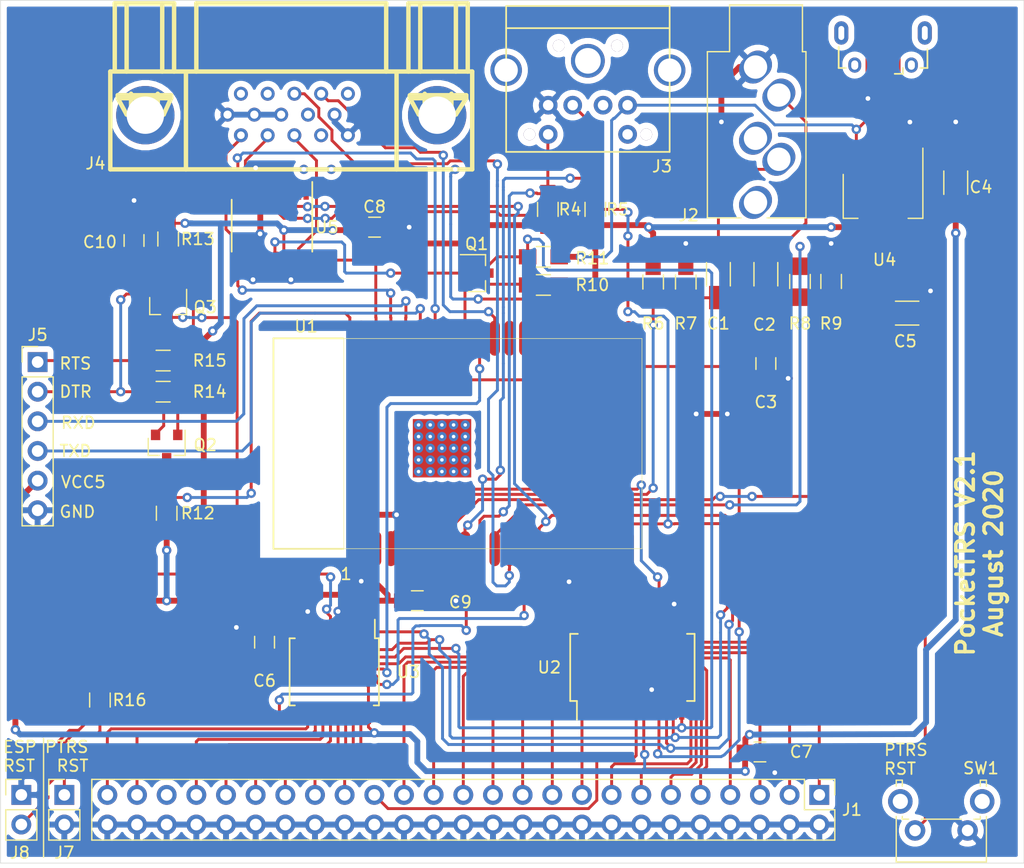
<source format=kicad_pcb>
(kicad_pcb (version 20171130) (host pcbnew "(5.1.5)-3")
  (layers (0 F.Cu signal) (31 B.Cu signal) (34 B.Paste user) (35 F.Paste user) (36 B.SilkS user) (37 F.SilkS user) (38 B.Mask user) (39 F.Mask user) (44 Edge.Cuts user))
  (net 0 "")
  (net 1 "Net-(C1-Pad1)")
  (net 2 CASS_IN)
  (net 3 "Net-(C2-Pad2)")
  (net 4 "Net-(C2-Pad1)")
  (net 5 GND)
  (net 6 +5V)
  (net 7 +3V3)
  (net 8 IOREQ_N)
  (net 9 M1_N)
  (net 10 EXTIOSEL_N)
  (net 11 IOWAIT_N)
  (net 12 IOINT_N)
  (net 13 RESET_N)
  (net 14 OUT_N)
  (net 15 IN_N)
  (net 16 A7)
  (net 17 A6)
  (net 18 A5)
  (net 19 A4)
  (net 20 A3)
  (net 21 A2)
  (net 22 A1)
  (net 23 A0)
  (net 24 D7)
  (net 25 D6)
  (net 26 D5)
  (net 27 D4)
  (net 28 D3)
  (net 29 D2)
  (net 30 D1)
  (net 31 D0)
  (net 32 PS2_DATA)
  (net 33 PS2_CLK)
  (net 34 VGA_HSYNC)
  (net 35 VGA_VSYNC)
  (net 36 RXD0)
  (net 37 TXD0)
  (net 38 ESP_RESET)
  (net 39 I00)
  (net 40 PTRS_RESET)
  (net 41 ESP_MISO)
  (net 42 MISO)
  (net 43 VGA_RED)
  (net 44 VGA_GREEN)
  (net 45 VGA_BLUE)
  (net 46 CASS_OUT)
  (net 47 CS23S08)
  (net 48 CS23S17)
  (net 49 MOSI)
  (net 50 SCK)
  (net 51 ESP_INT_N)
  (net 52 POT_VGA_BLUE)
  (net 53 POT_VGA_GREEN)
  (net 54 POT_VGA_RED)
  (net 55 "Net-(J5-Pad2)")
  (net 56 "Net-(J5-Pad1)")
  (net 57 CS43x1)
  (net 58 "Net-(Q2-Pad1)")
  (net 59 "Net-(Q3-Pad1)")
  (module PocketTRS_Connectors.pretty:DB_15F-VGA (layer F.Cu) (at 189.992 69.342 180)
    (fp_text reference J4 (at 16.764 -6.604 180) (layer F.SilkS))
    (fp_text value DB15_Female_HighDensity hide)
    (pad 15 thru_hole circle (at -4.8514 -0.6344 180) (size 1.19888 1.19888) (drill 0.70024) (layers *.Cu *.Mask))
    (pad 14 thru_hole circle (at -2.56032 -0.6344 180) (size 1.19888 1.19888) (drill 0.70024) (layers *.Cu *.Mask) (net 35 VGA_VSYNC))
    (pad 13 thru_hole circle (at -0.26924 -0.6344 180) (size 1.19888 1.19888) (drill 0.70024) (layers *.Cu *.Mask) (net 34 VGA_HSYNC))
    (pad 12 thru_hole circle (at 2.0193 -0.6344 180) (size 1.19888 1.19888) (drill 0.70024) (layers *.Cu *.Mask))
    (pad 11 thru_hole circle (at 4.31038 -0.6344 180) (size 1.19888 1.19888) (drill 0.70024) (layers *.Cu *.Mask))
    (pad 10 thru_hole circle (at -3.7084 -2.4257 180) (size 1.19888 1.19888) (drill 0.70024) (layers *.Cu *.Mask) (net 5 GND))
    (pad "" thru_hole circle (at -12.49426 -2.47142 180) (size 5.00126 5.00126) (drill 3.2004) (layers *.Cu *.Mask))
    (pad 6 thru_hole circle (at 5.45592 -2.4257 180) (size 1.19888 1.19888) (drill 0.70024) (layers *.Cu *.Mask) (net 5 GND))
    (pad 7 thru_hole circle (at 3.1623 -2.4257 180) (size 1.19888 1.19888) (drill 0.70024) (layers *.Cu *.Mask) (net 5 GND))
    (pad 8 thru_hole circle (at 0.8636 -2.4257 180) (size 1.19888 1.19888) (drill 0.70024) (layers *.Cu *.Mask) (net 5 GND))
    (pad 9 thru_hole circle (at -1.4351 -2.4257 180) (size 1.19888 1.19888) (drill 0.70024) (layers *.Cu *.Mask))
    (pad 5 thru_hole circle (at -4.84886 -4.1904 180) (size 1.19888 1.19888) (drill 0.70024) (layers *.Cu *.Mask) (net 5 GND))
    (pad 4 thru_hole circle (at -2.56032 -4.1904 180) (size 1.19888 1.19888) (drill 0.70024) (layers *.Cu *.Mask))
    (pad 1 thru_hole circle (at 4.31038 -4.1904 180) (size 1.19888 1.19888) (drill 0.65024) (layers *.Cu *.Mask) (net 54 POT_VGA_RED))
    (pad 2 thru_hole circle (at 2.0193 -4.1904 180) (size 1.19888 1.19888) (drill 0.70024) (layers *.Cu *.Mask) (net 53 POT_VGA_GREEN))
    (pad 3 thru_hole circle (at -0.2667 -4.1904 180) (size 1.19888 1.19888) (drill 0.70024) (layers *.Cu *.Mask) (net 52 POT_VGA_BLUE))
    (pad "" thru_hole circle (at 12.49426 -2.47142 180) (size 5.00126 5.00126) (drill 3.2004) (layers *.Cu *.Mask))
  )
  (module PocketTRS_Connectors.pretty:USBmicro-B (layer F.Cu) (at 240.665 64.77 180)
    (fp_text reference J6)
    (fp_text value USB_B_Micro)
    (pad "" thru_hole oval (at 2.425 -2.75 180) (size 1.1 1.3) (drill oval 0.6 0.8) (layers *.Cu *.Mask))
    (pad "" thru_hole oval (at -2.425 -2.75 180) (size 1.1 1.3) (drill oval 0.6 0.8) (layers *.Cu *.Mask))
    (pad 5 smd rect (at 1.3 -3.2512 180) (size 0.4 2.5) (layers F.Cu F.Paste F.Mask) (net 5 GND))
    (pad 4 smd rect (at 0.65 -2.675 180) (size 0.4 1.35) (layers F.Cu F.Paste F.Mask))
    (pad 3 smd rect (at 0 -2.675 180) (size 0.4 1.35) (layers F.Cu F.Paste F.Mask))
    (pad 2 smd rect (at -0.65 -2.675 180) (size 0.4 1.35) (layers F.Cu F.Paste F.Mask))
    (pad 1 smd rect (at -1.3 -3.2512 180) (size 0.4 2.5) (layers F.Cu F.Paste F.Mask) (net 6 +5V))
    (pad "" thru_hole oval (at 3.575 0 180) (size 1.2 2) (drill oval 0.5 1.2) (layers *.Cu *.Mask F.Paste))
    (pad "" smd rect (at 0 0 180) (size 2 2) (layers F.Cu F.Paste F.Mask))
    (pad "" thru_hole oval (at -3.575 0 180) (size 1.2 2) (drill oval 0.5 1.2) (layers *.Cu *.Mask F.Paste))
  )
  (module esp32-wrover.pretty:ESP32-WROVER (layer F.Cu) (at 195.072 99.949 90)
    (fp_text reference U1 (at 10.033 -3.81 180) (layer F.SilkS))
    (fp_text value ESP32-WROVER-B hide)
    (pad 39 thru_hole circle (at 1.6 5.82 90) (size 0.8 0.8) (drill 0.3) (layers *.Cu *.Mask))
    (pad 39 thru_hole circle (at 1.6 6.82 90) (size 0.8 0.8) (drill 0.3) (layers *.Cu *.Mask))
    (pad 39 thru_hole circle (at 1.6 7.82 90) (size 0.8 0.8) (drill 0.3) (layers *.Cu *.Mask))
    (pad 39 thru_hole circle (at 1.6 8.82 90) (size 0.8 0.8) (drill 0.3) (layers *.Cu *.Mask))
    (pad 39 thru_hole circle (at 1.6 9.82 90) (size 0.8 0.8) (drill 0.3) (layers *.Cu *.Mask))
    (pad 39 thru_hole circle (at -0.4 5.82 90) (size 0.8 0.8) (drill 0.3) (layers *.Cu *.Mask))
    (pad 39 thru_hole circle (at -0.4 6.82 90) (size 0.8 0.8) (drill 0.3) (layers *.Cu *.Mask))
    (pad 39 thru_hole circle (at -0.4 7.82 90) (size 0.8 0.8) (drill 0.3) (layers *.Cu *.Mask))
    (pad 39 thru_hole circle (at -0.4 8.82 90) (size 0.8 0.8) (drill 0.3) (layers *.Cu *.Mask))
    (pad 39 thru_hole circle (at -0.4 9.82 90) (size 0.8 0.8) (drill 0.3) (layers *.Cu *.Mask))
    (pad 39 thru_hole circle (at 0.6 9.82 90) (size 0.8 0.8) (drill 0.3) (layers *.Cu *.Mask))
    (pad 39 thru_hole circle (at 0.6 8.82 90) (size 0.8 0.8) (drill 0.3) (layers *.Cu *.Mask))
    (pad 39 thru_hole circle (at 0.6 7.82 90) (size 0.8 0.8) (drill 0.3) (layers *.Cu *.Mask))
    (pad 39 thru_hole circle (at 0.6 6.82 90) (size 0.8 0.8) (drill 0.3) (layers *.Cu *.Mask))
    (pad 39 thru_hole circle (at 0.6 5.82 90) (size 0.8 0.8) (drill 0.3) (layers *.Cu *.Mask))
    (pad 39 thru_hole circle (at -1.4 5.82 90) (size 0.8 0.8) (drill 0.3) (layers *.Cu *.Mask))
    (pad 39 thru_hole circle (at -1.4 6.82 90) (size 0.8 0.8) (drill 0.3) (layers *.Cu *.Mask))
    (pad 39 thru_hole circle (at -1.4 7.82 90) (size 0.8 0.8) (drill 0.3) (layers *.Cu *.Mask))
    (pad 39 thru_hole circle (at -1.4 8.82 90) (size 0.8 0.8) (drill 0.3) (layers *.Cu *.Mask))
    (pad 39 thru_hole circle (at -1.4 9.82 90) (size 0.8 0.8) (drill 0.3) (layers *.Cu *.Mask))
    (pad 39 thru_hole circle (at -2.4 9.82 90) (size 0.8 0.8) (drill 0.3) (layers *.Cu *.Mask))
    (pad 39 thru_hole circle (at -2.4 8.82 90) (size 0.8 0.8) (drill 0.3) (layers *.Cu *.Mask))
    (pad 39 thru_hole circle (at -2.4 7.82 90) (size 0.8 0.8) (drill 0.3) (layers *.Cu *.Mask))
    (pad 39 thru_hole circle (at -2.4 6.82 90) (size 0.8 0.8) (drill 0.3) (layers *.Cu *.Mask))
    (pad 38 smd oval (at 9.03 0.91 90) (size 3 0.9) (layers F.Cu F.Paste F.Mask))
    (pad 37 smd oval (at 9.03 2.18 90) (size 3 0.9) (layers F.Cu F.Paste F.Mask) (net 45 VGA_BLUE))
    (pad 36 smd oval (at 9.03 3.45 90) (size 3 0.9) (layers F.Cu F.Paste F.Mask) (net 43 VGA_RED))
    (pad 35 smd oval (at 9.03 4.72 90) (size 3 0.9) (layers F.Cu F.Paste F.Mask) (net 37 TXD0))
    (pad 34 smd oval (at 9.03 5.99 90) (size 3 0.9) (layers F.Cu F.Paste F.Mask) (net 36 RXD0))
    (pad 33 smd oval (at 9.03 7.26 90) (size 3 0.9) (layers F.Cu F.Paste F.Mask) (net 44 VGA_GREEN))
    (pad 32 smd oval (at 9.03 8.53 90) (size 3 0.9) (layers F.Cu F.Paste F.Mask))
    (pad 31 smd oval (at 9.03 9.8 90) (size 3 0.9) (layers F.Cu F.Paste F.Mask) (net 41 ESP_MISO))
    (pad 30 smd oval (at 9.03 11.07 90) (size 3 0.9) (layers F.Cu F.Paste F.Mask) (net 47 CS23S08))
    (pad 29 smd oval (at 9.03 12.34 90) (size 3 0.9) (layers F.Cu F.Paste F.Mask) (net 35 VGA_VSYNC))
    (pad 28 smd oval (at 9.03 13.61 90) (size 3 0.9) (layers F.Cu F.Paste F.Mask))
    (pad 27 smd oval (at 9.03 14.88 90) (size 3 0.9) (layers F.Cu F.Paste F.Mask))
    (pad 26 smd oval (at 9.03 16.15 90) (size 3 0.9) (layers F.Cu F.Paste F.Mask) (net 57 CS43x1))
    (pad 25 smd oval (at 9.03 17.42 90) (size 3 0.9) (layers F.Cu F.Paste F.Mask) (net 39 I00))
    (pad 24 smd oval (at 9 18.72 90) (size 3 0.9) (layers F.Cu F.Paste F.Mask))
    (pad 23 smd oval (at 9 19.99 90) (size 3 0.9) (layers F.Cu F.Paste F.Mask) (net 48 CS23S17))
    (pad 22 smd oval (at 9 21.26 90) (size 3 0.9) (layers F.Cu F.Paste F.Mask))
    (pad 21 smd oval (at 9 22.53 90) (size 3 0.9) (layers F.Cu F.Paste F.Mask))
    (pad 20 smd oval (at 9 23.8 90) (size 3 0.9) (layers F.Cu F.Paste F.Mask))
    (pad 19 smd oval (at -9 23.8 90) (size 3 0.9) (layers F.Cu F.Paste F.Mask))
    (pad 18 smd oval (at -9 22.53 90) (size 3 0.9) (layers F.Cu F.Paste F.Mask))
    (pad 17 smd oval (at -9 21.26 90) (size 3 0.9) (layers F.Cu F.Paste F.Mask))
    (pad 16 smd oval (at -9 19.99 90) (size 3 0.9) (layers F.Cu F.Paste F.Mask) (net 49 MOSI))
    (pad 15 smd oval (at -9 18.72 90) (size 3 0.9) (layers F.Cu F.Paste F.Mask) (net 5 GND))
    (pad 14 smd oval (at -9 17.42 90) (size 3 0.9) (layers F.Cu F.Paste F.Mask))
    (pad 13 smd oval (at -9 16.15 90) (size 3 0.9) (layers F.Cu F.Paste F.Mask) (net 50 SCK))
    (pad 12 smd oval (at -9 14.88 90) (size 3 0.9) (layers F.Cu F.Paste F.Mask) (net 51 ESP_INT_N))
    (pad 11 smd oval (at -9 13.61 90) (size 3 0.9) (layers F.Cu F.Paste F.Mask) (net 34 VGA_HSYNC))
    (pad 10 smd oval (at -9 12.34 90) (size 3 0.9) (layers F.Cu F.Paste F.Mask) (net 46 CASS_OUT))
    (pad 9 smd oval (at -9 11.07 90) (size 3 0.9) (layers F.Cu F.Paste F.Mask) (net 33 PS2_CLK))
    (pad 8 smd oval (at -9 9.8 90) (size 3 0.9) (layers F.Cu F.Paste F.Mask) (net 32 PS2_DATA))
    (pad 7 smd oval (at -9 8.53 90) (size 3 0.9) (layers F.Cu F.Paste F.Mask) (net 40 PTRS_RESET))
    (pad 6 smd oval (at -9 7.26 90) (size 3 0.9) (layers F.Cu F.Paste F.Mask))
    (pad 5 smd oval (at -9 5.99 90) (size 3 0.9) (layers F.Cu F.Paste F.Mask))
    (pad 4 smd oval (at -9 4.72 90) (size 3 0.9) (layers F.Cu F.Paste F.Mask) (net 2 CASS_IN))
    (pad 3 smd oval (at -9 3.45 90) (size 3 0.9) (layers F.Cu F.Paste F.Mask) (net 38 ESP_RESET))
    (pad 2 smd oval (at -9 2.18 90) (size 3 0.9) (layers F.Cu F.Paste F.Mask) (net 7 +3V3))
    (pad 1 smd oval (at -9 0.91 90) (size 3 0.9) (layers F.Cu F.Paste F.Mask) (net 5 GND))
    (pad 39 smd rect (at -0.4 7.83 90) (size 5 5) (layers F.Cu F.Paste F.Mask))
    (pad 39 thru_hole circle (at -2.4 5.82 90) (size 0.8 0.8) (drill 0.3) (layers *.Cu *.Mask))
  )
  (module Pin_Headers:Pin_Header_Straight_2x25_Pitch2.54mm (layer F.Cu) (at 235.204 130.048 270)
    (fp_text reference J1 (at 1.27 -2.794 180) (layer F.SilkS))
    (fp_text value TRS-80)
    (pad 50 thru_hole oval (at 2.54 60.96 270) (size 1.7 1.7) (drill 1) (layers *.Cu *.Mask) (net 5 GND))
    (pad 49 thru_hole oval (at 0 60.96 270) (size 1.7 1.7) (drill 1) (layers *.Cu *.Mask) (net 8 IOREQ_N))
    (pad 48 thru_hole oval (at 2.54 58.42 270) (size 1.7 1.7) (drill 1) (layers *.Cu *.Mask) (net 5 GND))
    (pad 47 thru_hole oval (at 0 58.42 270) (size 1.7 1.7) (drill 1) (layers *.Cu *.Mask) (net 9 M1_N))
    (pad 46 thru_hole oval (at 2.54 55.88 270) (size 1.7 1.7) (drill 1) (layers *.Cu *.Mask) (net 5 GND))
    (pad 45 thru_hole oval (at 0 55.88 270) (size 1.7 1.7) (drill 1) (layers *.Cu *.Mask))
    (pad 44 thru_hole oval (at 2.54 53.34 270) (size 1.7 1.7) (drill 1) (layers *.Cu *.Mask) (net 5 GND))
    (pad 43 thru_hole oval (at 0 53.34 270) (size 1.7 1.7) (drill 1) (layers *.Cu *.Mask) (net 10 EXTIOSEL_N))
    (pad 42 thru_hole oval (at 2.54 50.8 270) (size 1.7 1.7) (drill 1) (layers *.Cu *.Mask) (net 5 GND))
    (pad 41 thru_hole oval (at 0 50.8 270) (size 1.7 1.7) (drill 1) (layers *.Cu *.Mask) (net 11 IOWAIT_N))
    (pad 40 thru_hole oval (at 2.54 48.26 270) (size 1.7 1.7) (drill 1) (layers *.Cu *.Mask) (net 5 GND))
    (pad 39 thru_hole oval (at 0 48.26 270) (size 1.7 1.7) (drill 1) (layers *.Cu *.Mask) (net 12 IOINT_N))
    (pad 38 thru_hole oval (at 2.54 45.72 270) (size 1.7 1.7) (drill 1) (layers *.Cu *.Mask) (net 5 GND))
    (pad 37 thru_hole oval (at 0 45.72 270) (size 1.7 1.7) (drill 1) (layers *.Cu *.Mask) (net 13 RESET_N))
    (pad 36 thru_hole oval (at 2.54 43.18 270) (size 1.7 1.7) (drill 1) (layers *.Cu *.Mask) (net 5 GND))
    (pad 35 thru_hole oval (at 0 43.18 270) (size 1.7 1.7) (drill 1) (layers *.Cu *.Mask) (net 14 OUT_N))
    (pad 34 thru_hole oval (at 2.54 40.64 270) (size 1.7 1.7) (drill 1) (layers *.Cu *.Mask) (net 5 GND))
    (pad 33 thru_hole oval (at 0 40.64 270) (size 1.7 1.7) (drill 1) (layers *.Cu *.Mask) (net 15 IN_N))
    (pad 32 thru_hole oval (at 2.54 38.1 270) (size 1.7 1.7) (drill 1) (layers *.Cu *.Mask) (net 5 GND))
    (pad 31 thru_hole oval (at 0 38.1 270) (size 1.7 1.7) (drill 1) (layers *.Cu *.Mask) (net 16 A7))
    (pad 30 thru_hole oval (at 2.54 35.56 270) (size 1.7 1.7) (drill 1) (layers *.Cu *.Mask) (net 5 GND))
    (pad 29 thru_hole oval (at 0 35.56 270) (size 1.7 1.7) (drill 1) (layers *.Cu *.Mask) (net 17 A6))
    (pad 28 thru_hole oval (at 2.54 33.02 270) (size 1.7 1.7) (drill 1) (layers *.Cu *.Mask) (net 5 GND))
    (pad 27 thru_hole oval (at 0 33.02 270) (size 1.7 1.7) (drill 1) (layers *.Cu *.Mask) (net 18 A5))
    (pad 26 thru_hole oval (at 2.54 30.48 270) (size 1.7 1.7) (drill 1) (layers *.Cu *.Mask) (net 5 GND))
    (pad 25 thru_hole oval (at 0 30.48 270) (size 1.7 1.7) (drill 1) (layers *.Cu *.Mask) (net 19 A4))
    (pad 24 thru_hole oval (at 2.54 27.94 270) (size 1.7 1.7) (drill 1) (layers *.Cu *.Mask) (net 5 GND))
    (pad 23 thru_hole oval (at 0 27.94 270) (size 1.7 1.7) (drill 1) (layers *.Cu *.Mask) (net 20 A3))
    (pad 22 thru_hole oval (at 2.54 25.4 270) (size 1.7 1.7) (drill 1) (layers *.Cu *.Mask) (net 5 GND))
    (pad 21 thru_hole oval (at 0 25.4 270) (size 1.7 1.7) (drill 1) (layers *.Cu *.Mask) (net 21 A2))
    (pad 20 thru_hole oval (at 2.54 22.86 270) (size 1.7 1.7) (drill 1) (layers *.Cu *.Mask) (net 5 GND))
    (pad 19 thru_hole oval (at 0 22.86 270) (size 1.7 1.7) (drill 1) (layers *.Cu *.Mask) (net 22 A1))
    (pad 18 thru_hole oval (at 2.54 20.32 270) (size 1.7 1.7) (drill 1) (layers *.Cu *.Mask) (net 5 GND))
    (pad 17 thru_hole oval (at 0 20.32 270) (size 1.7 1.7) (drill 1) (layers *.Cu *.Mask) (net 23 A0))
    (pad 16 thru_hole oval (at 2.54 17.78 270) (size 1.7 1.7) (drill 1) (layers *.Cu *.Mask) (net 5 GND))
    (pad 15 thru_hole oval (at 0 17.78 270) (size 1.7 1.7) (drill 1) (layers *.Cu *.Mask) (net 24 D7))
    (pad 14 thru_hole oval (at 2.54 15.24 270) (size 1.7 1.7) (drill 1) (layers *.Cu *.Mask) (net 5 GND))
    (pad 13 thru_hole oval (at 0 15.24 270) (size 1.7 1.7) (drill 1) (layers *.Cu *.Mask) (net 25 D6))
    (pad 12 thru_hole oval (at 2.54 12.7 270) (size 1.7 1.7) (drill 1) (layers *.Cu *.Mask) (net 5 GND))
    (pad 11 thru_hole oval (at 0 12.7 270) (size 1.7 1.7) (drill 1) (layers *.Cu *.Mask) (net 26 D5))
    (pad 10 thru_hole oval (at 2.54 10.16 270) (size 1.7 1.7) (drill 1) (layers *.Cu *.Mask) (net 5 GND))
    (pad 9 thru_hole oval (at 0 10.16 270) (size 1.7 1.7) (drill 1) (layers *.Cu *.Mask) (net 27 D4))
    (pad 8 thru_hole oval (at 2.54 7.62 270) (size 1.7 1.7) (drill 1) (layers *.Cu *.Mask) (net 5 GND))
    (pad 7 thru_hole oval (at 0 7.62 270) (size 1.7 1.7) (drill 1) (layers *.Cu *.Mask) (net 28 D3))
    (pad 6 thru_hole oval (at 2.54 5.08 270) (size 1.7 1.7) (drill 1) (layers *.Cu *.Mask) (net 5 GND))
    (pad 5 thru_hole oval (at 0 5.08 270) (size 1.7 1.7) (drill 1) (layers *.Cu *.Mask) (net 29 D2))
    (pad 4 thru_hole oval (at 2.54 2.54 270) (size 1.7 1.7) (drill 1) (layers *.Cu *.Mask) (net 5 GND))
    (pad 3 thru_hole oval (at 0 2.54 270) (size 1.7 1.7) (drill 1) (layers *.Cu *.Mask) (net 30 D1))
    (pad 2 thru_hole oval (at 2.54 0 270) (size 1.7 1.7) (drill 1) (layers *.Cu *.Mask) (net 5 GND))
    (pad 1 thru_hole rect (at 0 0 270) (size 1.7 1.7) (drill 1) (layers *.Cu *.Mask) (net 31 D0))
  )
  (module Pin_Headers:Pin_Header_Straight_1x06_Pitch2.54mm (layer F.Cu) (at 168.275 92.964)
    (fp_text reference J5 (at 0 -2.33) (layer F.SilkS))
    (fp_text value Programmer)
    (pad 6 thru_hole oval (at 0 12.7) (size 1.7 1.7) (drill 1) (layers *.Cu *.Mask) (net 5 GND))
    (pad 5 thru_hole oval (at 0 10.16) (size 1.7 1.7) (drill 1) (layers *.Cu *.Mask) (net 6 +5V))
    (pad 4 thru_hole oval (at 0 7.62) (size 1.7 1.7) (drill 1) (layers *.Cu *.Mask) (net 36 RXD0))
    (pad 3 thru_hole oval (at 0 5.08) (size 1.7 1.7) (drill 1) (layers *.Cu *.Mask) (net 37 TXD0))
    (pad 2 thru_hole oval (at 0 2.54) (size 1.7 1.7) (drill 1) (layers *.Cu *.Mask) (net 55 "Net-(J5-Pad2)"))
    (pad 1 thru_hole rect (at 0 0) (size 1.7 1.7) (drill 1) (layers *.Cu *.Mask) (net 56 "Net-(J5-Pad1)"))
  )
  (module Pin_Headers:Pin_Header_Straight_1x02_Pitch2.54mm (layer F.Cu) (at 170.561 130.048)
    (fp_text reference J7 (at 0 4.953) (layer F.SilkS))
    (fp_text value PTRS_RESET)
    (pad 2 thru_hole oval (at 0 2.54) (size 1.7 1.7) (drill 1) (layers *.Cu *.Mask) (net 5 GND))
    (pad 1 thru_hole rect (at 0 0) (size 1.7 1.7) (drill 1) (layers *.Cu *.Mask) (net 40 PTRS_RESET))
  )
  (module Pin_Headers:Pin_Header_Straight_1x02_Pitch2.54mm (layer F.Cu) (at 166.878 130.048)
    (fp_text reference J8 (at -0.127 4.953) (layer F.SilkS))
    (fp_text value ESP_RESET)
    (pad 1 thru_hole rect (at 0 0) (size 1.7 1.7) (drill 1) (layers *.Cu *.Mask) (net 5 GND))
    (pad 2 thru_hole oval (at 0 2.54) (size 1.7 1.7) (drill 1) (layers *.Cu *.Mask) (net 38 ESP_RESET))
  )
  (module TO_SOT_Packages_SMD:SOT-223-3_TabPin2 (layer F.Cu) (at 240.665 78.74 270)
    (fp_text reference U4 (at 5.461 -0.127 180) (layer F.SilkS))
    (fp_text value AMS1117-3.3)
    (pad 1 smd rect (at -3.15 -2.3 270) (size 2 1.5) (layers F.Cu F.Paste F.Mask) (net 5 GND))
    (pad 3 smd rect (at -3.15 2.3 270) (size 2 1.5) (layers F.Cu F.Paste F.Mask) (net 6 +5V))
    (pad 2 smd rect (at -3.15 0 270) (size 2 1.5) (layers F.Cu F.Paste F.Mask) (net 7 +3V3))
    (pad 2 smd rect (at 3.15 0 270) (size 2 3.8) (layers F.Cu F.Paste F.Mask) (net 7 +3V3))
  )
  (module Buttons_Switches_THT:SW_Tactile_SPST_Angled_PTS645Vx31-2LFS (layer F.Cu) (at 247.904 133.096 180)
    (fp_text reference SW1 (at -1.143 5.334) (layer F.SilkS))
    (fp_text value SW_Push)
    (pad "" thru_hole circle (at -1.25 2.49 180) (size 2.1 2.1) (drill 1.3) (layers *.Cu *.Mask))
    (pad 1 thru_hole circle (at 0 0 180) (size 1.75 1.75) (drill 0.99) (layers *.Cu *.Mask) (net 5 GND))
    (pad 2 thru_hole circle (at 4.5 0 180) (size 1.75 1.75) (drill 0.99) (layers *.Cu *.Mask) (net 40 PTRS_RESET))
    (pad "" thru_hole circle (at 5.76 2.49 180) (size 2.1 2.1) (drill 1.3) (layers *.Cu *.Mask))
  )
  (module PocketTRS_Connectors.pretty:Jack_3.5mm_CUI_SJ1-3535NG_Horizontal_CircularHoles (layer F.Cu) (at 229.743 67.691)
    (fp_text reference J2 (at -5.715 12.7) (layer F.SilkS))
    (fp_text value AudioJack3)
    (pad S thru_hole oval (at 0 0 45) (size 3 2.4) (drill 2) (layers *.Cu *.Mask) (net 5 GND))
    (pad T thru_hole oval (at 2 2.4 45) (size 3 2.4) (drill 2) (layers *.Cu *.Mask) (net 3 "Net-(C2-Pad2)"))
    (pad R thru_hole oval (at 2 7.9 45) (size 3 2.4) (drill 2) (layers *.Cu *.Mask) (net 1 "Net-(C1-Pad1)"))
    (pad TN thru_hole oval (at 0 11.6 45) (size 3 2.4) (drill 2) (layers *.Cu *.Mask))
    (pad RN thru_hole oval (at 0 6.1 45) (size 3 2.4) (drill 2) (layers *.Cu *.Mask))
  )
  (module PocketTRS_Connectors.pretty:minidin_6_ps2_pcb_mount (layer F.Cu) (at 215.392 68.707)
    (fp_text reference J3 (at 6.35 7.493) (layer F.SilkS))
    (fp_text value Mini-DIN-6 hide)
    (pad M1 thru_hole circle (at -2.5 -2.85) (size 1 1) (drill 1) (layers *.Cu *.Mask))
    (pad M2 thru_hole circle (at 2.5 -2.85) (size 1 1) (drill 1) (layers *.Cu *.Mask))
    (pad S1 thru_hole circle (at 0 -1.55) (size 2.9 2.9) (drill 2.2) (layers *.Cu *.Mask))
    (pad S2 thru_hole circle (at -7 -0.75) (size 2.7 2.7) (drill 2) (layers *.Cu *.Mask))
    (pad S3 thru_hole circle (at 7 -0.75) (size 2.7 2.7) (drill 2) (layers *.Cu *.Mask))
    (pad M3 thru_hole circle (at -5 4.75) (size 1 1) (drill 1) (layers *.Cu *.Mask))
    (pad M4 thru_hole circle (at 5 4.75) (size 1 1) (drill 1) (layers *.Cu *.Mask))
    (pad 1 thru_hole circle (at -1.3 2.25) (size 1.6 1.6) (drill 0.9) (layers *.Cu *.Mask) (net 32 PS2_DATA))
    (pad 2 thru_hole circle (at 1.3 2.25) (size 1.6 1.6) (drill 0.9) (layers *.Cu *.Mask))
    (pad 3 thru_hole circle (at -3.4 2.25) (size 1.6 1.6) (drill 0.9) (layers *.Cu *.Mask) (net 5 GND))
    (pad 4 thru_hole circle (at 3.4 2.25) (size 1.6 1.6) (drill 0.9) (layers *.Cu *.Mask) (net 6 +5V))
    (pad 5 thru_hole circle (at -3.4 4.75) (size 1.6 1.6) (drill 0.9) (layers *.Cu *.Mask) (net 33 PS2_CLK))
    (pad 6 thru_hole circle (at 3.4 4.75) (size 1.6 1.6) (drill 0.9) (layers *.Cu *.Mask))
  )
  (module Capacitors_SMD:C_1206_HandSoldering (layer F.Cu) (at 226.568 85.439 270)
    (fp_text reference C1 (at 4.223 0 180) (layer F.SilkS))
    (fp_text value 10U)
    (pad 2 smd rect (at 2 0 270) (size 2 1.6) (layers F.Cu F.Paste F.Mask) (net 2 CASS_IN))
    (pad 1 smd rect (at -2 0 270) (size 2 1.6) (layers F.Cu F.Paste F.Mask) (net 1 "Net-(C1-Pad1)"))
  )
  (module Capacitors_SMD:C_1206_HandSoldering (layer F.Cu) (at 230.632 85.439 90)
    (fp_text reference C2 (at -4.318 -0.127 180) (layer F.SilkS))
    (fp_text value 10U)
    (pad 1 smd rect (at -2 0 90) (size 2 1.6) (layers F.Cu F.Paste F.Mask) (net 4 "Net-(C2-Pad1)"))
    (pad 2 smd rect (at 2 0 90) (size 2 1.6) (layers F.Cu F.Paste F.Mask) (net 3 "Net-(C2-Pad2)"))
  )
  (module Capacitors_SMD:C_0805_HandSoldering (layer F.Cu) (at 230.632 93.091 270)
    (fp_text reference C3 (at 3.302 0 180) (layer F.SilkS))
    (fp_text value 100n)
    (pad 1 smd rect (at -1.25 0 270) (size 1.5 1.25) (layers F.Cu F.Paste F.Mask) (net 4 "Net-(C2-Pad1)"))
    (pad 2 smd rect (at 1.25 0 270) (size 1.5 1.25) (layers F.Cu F.Paste F.Mask) (net 5 GND))
  )
  (module Capacitors_SMD:C_1206_HandSoldering (layer F.Cu) (at 246.888 77.597 90)
    (fp_text reference C4 (at -0.381 2.159 180) (layer F.SilkS))
    (fp_text value 100U)
    (pad 1 smd rect (at -2 0 90) (size 2 1.6) (layers F.Cu F.Paste F.Mask) (net 6 +5V))
    (pad 2 smd rect (at 2 0 90) (size 2 1.6) (layers F.Cu F.Paste F.Mask) (net 5 GND))
  )
  (module Capacitors_SMD:C_1206_HandSoldering (layer F.Cu) (at 242.729 88.773)
    (fp_text reference C5 (at -0.159 2.413) (layer F.SilkS))
    (fp_text value 100U)
    (pad 2 smd rect (at 2 0) (size 2 1.6) (layers F.Cu F.Paste F.Mask) (net 5 GND))
    (pad 1 smd rect (at -2 0) (size 2 1.6) (layers F.Cu F.Paste F.Mask) (net 7 +3V3))
  )
  (module Capacitors_SMD:C_0805_HandSoldering (layer F.Cu) (at 187.706 116.967 90)
    (fp_text reference C6 (at -3.302 0 180) (layer F.SilkS))
    (fp_text value 100N)
    (pad 1 smd rect (at -1.25 0 90) (size 1.5 1.25) (layers F.Cu F.Paste F.Mask) (net 6 +5V))
    (pad 2 smd rect (at 1.25 0 90) (size 1.5 1.25) (layers F.Cu F.Paste F.Mask) (net 5 GND))
  )
  (module Capacitors_SMD:C_0805_HandSoldering (layer F.Cu) (at 230.124 126.365)
    (fp_text reference C7 (at 3.536 0) (layer F.SilkS))
    (fp_text value 100N)
    (pad 2 smd rect (at 1.25 0) (size 1.5 1.25) (layers F.Cu F.Paste F.Mask) (net 5 GND))
    (pad 1 smd rect (at -1.25 0) (size 1.5 1.25) (layers F.Cu F.Paste F.Mask) (net 6 +5V))
  )
  (module Capacitors_SMD:C_0805_HandSoldering (layer F.Cu) (at 197.124 81.407)
    (fp_text reference C8 (at 0 -1.75) (layer F.SilkS))
    (fp_text value 100N)
    (pad 1 smd rect (at -1.25 0) (size 1.5 1.25) (layers F.Cu F.Paste F.Mask) (net 7 +3V3))
    (pad 2 smd rect (at 1.25 0) (size 1.5 1.25) (layers F.Cu F.Paste F.Mask) (net 5 GND))
  )
  (module Capacitors_SMD:C_0805_HandSoldering (layer F.Cu) (at 200.787 113.411)
    (fp_text reference C9 (at 3.683 0.127) (layer F.SilkS))
    (fp_text value 100N)
    (pad 2 smd rect (at 1.25 0) (size 1.5 1.25) (layers F.Cu F.Paste F.Mask) (net 5 GND))
    (pad 1 smd rect (at -1.25 0) (size 1.5 1.25) (layers F.Cu F.Paste F.Mask) (net 7 +3V3))
  )
  (module Capacitors_SMD:C_0805_HandSoldering (layer F.Cu) (at 176.53 82.55 90)
    (fp_text reference C10 (at -0.127 -2.921 180) (layer F.SilkS))
    (fp_text value 100n)
    (pad 2 smd rect (at 1.25 0 90) (size 1.5 1.25) (layers F.Cu F.Paste F.Mask) (net 5 GND))
    (pad 1 smd rect (at -1.25 0 90) (size 1.5 1.25) (layers F.Cu F.Paste F.Mask) (net 38 ESP_RESET))
  )
  (module Resistors_SMD:R_0805_HandSoldering (layer F.Cu) (at 211.963 79.883 270)
    (fp_text reference R4 (at 0 -1.905 180) (layer F.SilkS))
    (fp_text value 2K)
    (pad 1 smd rect (at -1.35 0 270) (size 1.5 1.3) (layers F.Cu F.Paste F.Mask) (net 33 PS2_CLK))
    (pad 2 smd rect (at 1.35 0 270) (size 1.5 1.3) (layers F.Cu F.Paste F.Mask) (net 7 +3V3))
  )
  (module Resistors_SMD:R_0805_HandSoldering (layer F.Cu) (at 216.027 79.883 270)
    (fp_text reference R5 (at 0 -1.905 180) (layer F.SilkS))
    (fp_text value 2K)
    (pad 2 smd rect (at 1.35 0 270) (size 1.5 1.3) (layers F.Cu F.Paste F.Mask) (net 7 +3V3))
    (pad 1 smd rect (at -1.35 0 270) (size 1.5 1.3) (layers F.Cu F.Paste F.Mask) (net 32 PS2_DATA))
  )
  (module Resistors_SMD:R_0805_HandSoldering (layer F.Cu) (at 220.98 86.106 270)
    (fp_text reference R6 (at 3.556 0 180) (layer F.SilkS))
    (fp_text value 4K7)
    (pad 2 smd rect (at 1.35 0 270) (size 1.5 1.3) (layers F.Cu F.Paste F.Mask) (net 2 CASS_IN))
    (pad 1 smd rect (at -1.35 0 270) (size 1.5 1.3) (layers F.Cu F.Paste F.Mask) (net 7 +3V3))
  )
  (module Resistors_SMD:R_0805_HandSoldering (layer F.Cu) (at 223.774 86.106 90)
    (fp_text reference R7 (at -3.556 0 180) (layer F.SilkS))
    (fp_text value 4K7)
    (pad 1 smd rect (at -1.35 0 90) (size 1.5 1.3) (layers F.Cu F.Paste F.Mask) (net 2 CASS_IN))
    (pad 2 smd rect (at 1.35 0 90) (size 1.5 1.3) (layers F.Cu F.Paste F.Mask) (net 5 GND))
  )
  (module Resistors_SMD:R_0805_HandSoldering (layer F.Cu) (at 233.553 86.059 90)
    (fp_text reference R8 (at -3.603 0 180) (layer F.SilkS))
    (fp_text value 270R)
    (pad 1 smd rect (at -1.35 0 90) (size 1.5 1.3) (layers F.Cu F.Paste F.Mask) (net 4 "Net-(C2-Pad1)"))
    (pad 2 smd rect (at 1.303 0 90) (size 1.5 1.3) (layers F.Cu F.Paste F.Mask) (net 46 CASS_OUT))
  )
  (module Resistors_SMD:R_0805_HandSoldering (layer F.Cu) (at 236.22 86.059 90)
    (fp_text reference R9 (at -3.603 0 180) (layer F.SilkS))
    (fp_text value 150R)
    (pad 2 smd rect (at 1.35 0 90) (size 1.5 1.3) (layers F.Cu F.Paste F.Mask) (net 5 GND))
    (pad 1 smd rect (at -1.35 0 90) (size 1.5 1.3) (layers F.Cu F.Paste F.Mask) (net 4 "Net-(C2-Pad1)"))
  )
  (module Resistors_SMD:R_0805_HandSoldering (layer F.Cu) (at 211.582 86.36 180)
    (fp_text reference R10 (at -4.191 0) (layer F.SilkS))
    (fp_text value 10K)
    (pad 2 smd rect (at 1.35 0 180) (size 1.5 1.3) (layers F.Cu F.Paste F.Mask) (net 41 ESP_MISO))
    (pad 1 smd rect (at -1.35 0 180) (size 1.5 1.3) (layers F.Cu F.Paste F.Mask) (net 7 +3V3))
  )
  (module Resistors_SMD:R_0805_HandSoldering (layer F.Cu) (at 211.582 83.947 180)
    (fp_text reference R11 (at -4.191 -0.127) (layer F.SilkS))
    (fp_text value 10K)
    (pad 1 smd rect (at -1.35 0 180) (size 1.5 1.3) (layers F.Cu F.Paste F.Mask) (net 6 +5V))
    (pad 2 smd rect (at 1.35 0 180) (size 1.5 1.3) (layers F.Cu F.Paste F.Mask) (net 42 MISO))
  )
  (module Resistors_SMD:R_0805_HandSoldering (layer F.Cu) (at 179.324 105.918 90)
    (fp_text reference R12 (at 0 2.667 180) (layer F.SilkS))
    (fp_text value 4K7)
    (pad 2 smd rect (at 1.35 0 90) (size 1.5 1.3) (layers F.Cu F.Paste F.Mask) (net 39 I00))
    (pad 1 smd rect (at -1.35 0 90) (size 1.5 1.3) (layers F.Cu F.Paste F.Mask) (net 7 +3V3))
  )
  (module Resistors_SMD:R_0805_HandSoldering (layer F.Cu) (at 179.451 82.423 270)
    (fp_text reference R13 (at 0 -2.54 180) (layer F.SilkS))
    (fp_text value 4K7)
    (pad 2 smd rect (at 1.35 0 270) (size 1.5 1.3) (layers F.Cu F.Paste F.Mask) (net 38 ESP_RESET))
    (pad 1 smd rect (at -1.35 0 270) (size 1.5 1.3) (layers F.Cu F.Paste F.Mask) (net 7 +3V3))
  )
  (module Resistors_SMD:R_0805_HandSoldering (layer F.Cu) (at 179.023 95.504 180)
    (fp_text reference R14 (at -3.984 0) (layer F.SilkS))
    (fp_text value 12K)
    (pad 1 smd rect (at -1.35 0 180) (size 1.5 1.3) (layers F.Cu F.Paste F.Mask) (net 58 "Net-(Q2-Pad1)"))
    (pad 2 smd rect (at 1.35 0 180) (size 1.5 1.3) (layers F.Cu F.Paste F.Mask) (net 55 "Net-(J5-Pad2)"))
  )
  (module Resistors_SMD:R_0805_HandSoldering (layer F.Cu) (at 179.023 92.837 180)
    (fp_text reference R15 (at -3.984 0) (layer F.SilkS))
    (fp_text value 12K)
    (pad 1 smd rect (at -1.35 0 180) (size 1.5 1.3) (layers F.Cu F.Paste F.Mask) (net 59 "Net-(Q3-Pad1)"))
    (pad 2 smd rect (at 1.35 0 180) (size 1.5 1.3) (layers F.Cu F.Paste F.Mask) (net 56 "Net-(J5-Pad1)"))
  )
  (module Resistors_SMD:R_0805_HandSoldering (layer F.Cu) (at 173.609 121.92 270)
    (fp_text reference R16 (at 0 -2.54 180) (layer F.SilkS))
    (fp_text value 4K7)
    (pad 2 smd rect (at 1.35 0 270) (size 1.5 1.3) (layers F.Cu F.Paste F.Mask) (net 40 PTRS_RESET))
    (pad 1 smd rect (at -1.35 0 270) (size 1.5 1.3) (layers F.Cu F.Paste F.Mask) (net 7 +3V3))
  )
  (module Housings_SSOP:SSOP-28_5.3x10.2mm_Pitch0.65mm (layer F.Cu) (at 219.202 119.126 90)
    (fp_text reference U2 (at 0 -7.112 180) (layer F.SilkS))
    (fp_text value MCP23S17_SP)
    (pad 28 smd rect (at 3.6 -4.225 90) (size 1.75 0.45) (layers F.Cu F.Paste F.Mask) (net 24 D7))
    (pad 27 smd rect (at 3.6 -3.575 90) (size 1.75 0.45) (layers F.Cu F.Paste F.Mask) (net 25 D6))
    (pad 26 smd rect (at 3.6 -2.925 90) (size 1.75 0.45) (layers F.Cu F.Paste F.Mask) (net 26 D5))
    (pad 25 smd rect (at 3.6 -2.275 90) (size 1.75 0.45) (layers F.Cu F.Paste F.Mask) (net 27 D4))
    (pad 24 smd rect (at 3.6 -1.625 90) (size 1.75 0.45) (layers F.Cu F.Paste F.Mask) (net 28 D3))
    (pad 23 smd rect (at 3.6 -0.975 90) (size 1.75 0.45) (layers F.Cu F.Paste F.Mask) (net 29 D2))
    (pad 22 smd rect (at 3.6 -0.325 90) (size 1.75 0.45) (layers F.Cu F.Paste F.Mask) (net 30 D1))
    (pad 21 smd rect (at 3.6 0.325 90) (size 1.75 0.45) (layers F.Cu F.Paste F.Mask) (net 31 D0))
    (pad 20 smd rect (at 3.6 0.975 90) (size 1.75 0.45) (layers F.Cu F.Paste F.Mask))
    (pad 19 smd rect (at 3.6 1.625 90) (size 1.75 0.45) (layers F.Cu F.Paste F.Mask))
    (pad 18 smd rect (at 3.6 2.275 90) (size 1.75 0.45) (layers F.Cu F.Paste F.Mask) (net 38 ESP_RESET))
    (pad 17 smd rect (at 3.6 2.925 90) (size 1.75 0.45) (layers F.Cu F.Paste F.Mask) (net 5 GND))
    (pad 16 smd rect (at 3.6 3.575 90) (size 1.75 0.45) (layers F.Cu F.Paste F.Mask) (net 5 GND))
    (pad 15 smd rect (at 3.6 4.225 90) (size 1.75 0.45) (layers F.Cu F.Paste F.Mask) (net 5 GND))
    (pad 14 smd rect (at -3.6 4.225 90) (size 1.75 0.45) (layers F.Cu F.Paste F.Mask) (net 42 MISO))
    (pad 13 smd rect (at -3.6 3.575 90) (size 1.75 0.45) (layers F.Cu F.Paste F.Mask) (net 49 MOSI))
    (pad 12 smd rect (at -3.6 2.925 90) (size 1.75 0.45) (layers F.Cu F.Paste F.Mask) (net 50 SCK))
    (pad 11 smd rect (at -3.6 2.275 90) (size 1.75 0.45) (layers F.Cu F.Paste F.Mask) (net 48 CS23S17))
    (pad 10 smd rect (at -3.6 1.625 90) (size 1.75 0.45) (layers F.Cu F.Paste F.Mask) (net 5 GND))
    (pad 9 smd rect (at -3.6 0.975 90) (size 1.75 0.45) (layers F.Cu F.Paste F.Mask) (net 6 +5V))
    (pad 8 smd rect (at -3.6 0.325 90) (size 1.75 0.45) (layers F.Cu F.Paste F.Mask) (net 16 A7))
    (pad 7 smd rect (at -3.6 -0.325 90) (size 1.75 0.45) (layers F.Cu F.Paste F.Mask) (net 17 A6))
    (pad 6 smd rect (at -3.6 -0.975 90) (size 1.75 0.45) (layers F.Cu F.Paste F.Mask) (net 18 A5))
    (pad 5 smd rect (at -3.6 -1.625 90) (size 1.75 0.45) (layers F.Cu F.Paste F.Mask) (net 19 A4))
    (pad 4 smd rect (at -3.6 -2.275 90) (size 1.75 0.45) (layers F.Cu F.Paste F.Mask) (net 20 A3))
    (pad 3 smd rect (at -3.6 -2.925 90) (size 1.75 0.45) (layers F.Cu F.Paste F.Mask) (net 21 A2))
    (pad 2 smd rect (at -3.6 -3.575 90) (size 1.75 0.45) (layers F.Cu F.Paste F.Mask) (net 22 A1))
    (pad 1 smd rect (at -3.6 -4.225 90) (size 1.75 0.45) (layers F.Cu F.Paste F.Mask) (net 23 A0))
  )
  (module Housings_SSOP:TSSOP-20_4.4x6.5mm_Pitch0.65mm (layer F.Cu) (at 188.341 81.28 270)
    (fp_text reference U5 (at 0.127 -4.699 180) (layer F.SilkS))
    (fp_text value MCP43x1)
    (pad 20 smd rect (at 2.95 -2.925 270) (size 1.45 0.45) (layers F.Cu F.Paste F.Mask) (net 45 VGA_BLUE))
    (pad 19 smd rect (at 2.95 -2.275 270) (size 1.45 0.45) (layers F.Cu F.Paste F.Mask) (net 52 POT_VGA_BLUE))
    (pad 18 smd rect (at 2.95 -1.625 270) (size 1.45 0.45) (layers F.Cu F.Paste F.Mask) (net 5 GND))
    (pad 17 smd rect (at 2.95 -0.975 270) (size 1.45 0.45) (layers F.Cu F.Paste F.Mask) (net 7 +3V3))
    (pad 16 smd rect (at 2.95 -0.325 270) (size 1.45 0.45) (layers F.Cu F.Paste F.Mask) (net 42 MISO))
    (pad 15 smd rect (at 2.95 0.325 270) (size 1.45 0.45) (layers F.Cu F.Paste F.Mask))
    (pad 14 smd rect (at 2.95 0.975 270) (size 1.45 0.45) (layers F.Cu F.Paste F.Mask))
    (pad 13 smd rect (at 2.95 1.625 270) (size 1.45 0.45) (layers F.Cu F.Paste F.Mask) (net 5 GND))
    (pad 12 smd rect (at 2.95 2.275 270) (size 1.45 0.45) (layers F.Cu F.Paste F.Mask) (net 54 POT_VGA_RED))
    (pad 11 smd rect (at 2.95 2.925 270) (size 1.45 0.45) (layers F.Cu F.Paste F.Mask) (net 43 VGA_RED))
    (pad 10 smd rect (at -2.95 2.925 270) (size 1.45 0.45) (layers F.Cu F.Paste F.Mask) (net 44 VGA_GREEN))
    (pad 9 smd rect (at -2.95 2.275 270) (size 1.45 0.45) (layers F.Cu F.Paste F.Mask) (net 53 POT_VGA_GREEN))
    (pad 8 smd rect (at -2.95 1.625 270) (size 1.45 0.45) (layers F.Cu F.Paste F.Mask) (net 5 GND))
    (pad 7 smd rect (at -2.95 0.975 270) (size 1.45 0.45) (layers F.Cu F.Paste F.Mask) (net 5 GND))
    (pad 6 smd rect (at -2.95 0.325 270) (size 1.45 0.45) (layers F.Cu F.Paste F.Mask) (net 49 MOSI))
    (pad 5 smd rect (at -2.95 -0.325 270) (size 1.45 0.45) (layers F.Cu F.Paste F.Mask) (net 50 SCK))
    (pad 4 smd rect (at -2.95 -0.975 270) (size 1.45 0.45) (layers F.Cu F.Paste F.Mask) (net 57 CS43x1))
    (pad 3 smd rect (at -2.95 -1.625 270) (size 1.45 0.45) (layers F.Cu F.Paste F.Mask))
    (pad 2 smd rect (at -2.95 -2.275 270) (size 1.45 0.45) (layers F.Cu F.Paste F.Mask))
    (pad 1 smd rect (at -2.95 -2.925 270) (size 1.45 0.45) (layers F.Cu F.Paste F.Mask))
  )
  (module TO_SOT_Packages_SMD:SOT-23 (layer F.Cu) (at 205.867 85.344)
    (fp_text reference Q1 (at 0 -2.5) (layer F.SilkS))
    (fp_text value BSS138)
    (pad 3 smd rect (at 1 0) (size 0.9 0.8) (layers F.Cu F.Paste F.Mask) (net 42 MISO))
    (pad 2 smd rect (at -1 0.95) (size 0.9 0.8) (layers F.Cu F.Paste F.Mask) (net 41 ESP_MISO))
    (pad 1 smd rect (at -1 -0.95) (size 0.9 0.8) (layers F.Cu F.Paste F.Mask) (net 7 +3V3))
  )
  (module TO_SOT_Packages_SMD:SOT-23 (layer F.Cu) (at 179.324 100.203 270)
    (fp_text reference Q2 (at -0.127 -3.302 180) (layer F.SilkS))
    (fp_text value MMBT3904)
    (pad 1 smd rect (at -1 -0.95 270) (size 0.9 0.8) (layers F.Cu F.Paste F.Mask) (net 58 "Net-(Q2-Pad1)"))
    (pad 2 smd rect (at -1 0.95 270) (size 0.9 0.8) (layers F.Cu F.Paste F.Mask) (net 56 "Net-(J5-Pad1)"))
    (pad 3 smd rect (at 1 0 270) (size 0.9 0.8) (layers F.Cu F.Paste F.Mask) (net 39 I00))
  )
  (module TO_SOT_Packages_SMD:SOT-23 (layer F.Cu) (at 179.451 88.138 270)
    (fp_text reference Q3 (at 0.127 -3.175 180) (layer F.SilkS))
    (fp_text value MMBT3904)
    (pad 3 smd rect (at 1 0 270) (size 0.9 0.8) (layers F.Cu F.Paste F.Mask) (net 38 ESP_RESET))
    (pad 2 smd rect (at -1 0.95 270) (size 0.9 0.8) (layers F.Cu F.Paste F.Mask) (net 55 "Net-(J5-Pad2)"))
    (pad 1 smd rect (at -1 -0.95 270) (size 0.9 0.8) (layers F.Cu F.Paste F.Mask) (net 59 "Net-(Q3-Pad1)"))
  )
  (module Housings_SSOP:SSOP-20_5.3x7.2mm_Pitch0.65mm (layer F.Cu) (at 193.675 119.507 270)
    (fp_text reference U3 (at 0 -6.35 180) (layer F.SilkS))
    (fp_text value MCP23S08T-E)
    (pad 20 smd rect (at 3.6 -2.925 270) (size 1.75 0.45) (layers F.Cu F.Paste F.Mask) (net 6 +5V))
    (pad 19 smd rect (at 3.6 -2.275 270) (size 1.75 0.45) (layers F.Cu F.Paste F.Mask) (net 15 IN_N))
    (pad 18 smd rect (at 3.6 -1.625 270) (size 1.75 0.45) (layers F.Cu F.Paste F.Mask) (net 14 OUT_N))
    (pad 17 smd rect (at 3.6 -0.975 270) (size 1.75 0.45) (layers F.Cu F.Paste F.Mask) (net 13 RESET_N))
    (pad 16 smd rect (at 3.6 -0.325 270) (size 1.75 0.45) (layers F.Cu F.Paste F.Mask) (net 12 IOINT_N))
    (pad 15 smd rect (at 3.6 0.325 270) (size 1.75 0.45) (layers F.Cu F.Paste F.Mask) (net 11 IOWAIT_N))
    (pad 14 smd rect (at 3.6 0.975 270) (size 1.75 0.45) (layers F.Cu F.Paste F.Mask) (net 10 EXTIOSEL_N))
    (pad 13 smd rect (at 3.6 1.625 270) (size 1.75 0.45) (layers F.Cu F.Paste F.Mask) (net 9 M1_N))
    (pad 12 smd rect (at 3.6 2.275 270) (size 1.75 0.45) (layers F.Cu F.Paste F.Mask) (net 8 IOREQ_N))
    (pad 11 smd rect (at 3.6 2.925 270) (size 1.75 0.45) (layers F.Cu F.Paste F.Mask))
    (pad 10 smd rect (at -3.6 2.925 270) (size 1.75 0.45) (layers F.Cu F.Paste F.Mask))
    (pad 9 smd rect (at -3.6 2.275 270) (size 1.75 0.45) (layers F.Cu F.Paste F.Mask) (net 5 GND))
    (pad 8 smd rect (at -3.6 1.625 270) (size 1.75 0.45) (layers F.Cu F.Paste F.Mask) (net 51 ESP_INT_N))
    (pad 7 smd rect (at -3.6 0.975 270) (size 1.75 0.45) (layers F.Cu F.Paste F.Mask) (net 47 CS23S08))
    (pad 6 smd rect (at -3.6 0.325 270) (size 1.75 0.45) (layers F.Cu F.Paste F.Mask) (net 38 ESP_RESET))
    (pad 5 smd rect (at -3.6 -0.325 270) (size 1.75 0.45) (layers F.Cu F.Paste F.Mask) (net 5 GND))
    (pad 4 smd rect (at -3.6 -0.975 270) (size 1.75 0.45) (layers F.Cu F.Paste F.Mask) (net 5 GND))
    (pad 3 smd rect (at -3.6 -1.625 270) (size 1.75 0.45) (layers F.Cu F.Paste F.Mask) (net 42 MISO))
    (pad 2 smd rect (at -3.6 -2.275 270) (size 1.75 0.45) (layers F.Cu F.Paste F.Mask) (net 49 MOSI))
    (pad 1 smd rect (at -3.6 -2.925 270) (size 1.75 0.45) (layers F.Cu F.Paste F.Mask) (net 50 SCK))
  )
  (gr_text 1 (at 194.691 111.125) (layer F.SilkS) (effects (font (size 1 1))))
  (gr_line (start 252.73 64.77) (end 252.73 61.976) (layer Edge.Cuts) (width 0.05))
  (gr_line (start 165.1 61.976) (end 165.1 64.77) (layer Edge.Cuts) (width 0.05))
  (gr_text "PocketTRS V2.1\nAugust 2020" (at 248.92 109.347 90) (layer F.SilkS) (effects (font (size 1.5 1.5) (thickness 0.3))))
  (gr_line (start 252.73 135.89) (end 165.1 135.89) (layer Edge.Cuts) (width 0.05))
  (gr_line (start 252.73 64.77) (end 252.73 135.89) (layer Edge.Cuts) (width 0.05))
  (gr_text VCC5 (at 170.18 103.251) (layer F.SilkS) (effects (font (size 1 1)) (justify left)))
  (gr_text TXD (at 170.053 100.584) (layer F.SilkS) (effects (font (size 1 1)) (justify left)))
  (gr_text RXD (at 170.18 98.171) (layer F.SilkS) (effects (font (size 1 1)) (justify left)))
  (gr_text GND (at 170.053 105.791) (layer F.SilkS) (effects (font (size 1 1)) (justify left)))
  (gr_text DTR (at 170.053 95.504) (layer F.SilkS) (effects (font (size 1 1)) (justify left)))
  (gr_text RTS (at 170.053 93.091) (layer F.SilkS) (effects (font (size 1 1)) (justify left)))
  (gr_line (start 168.783 125.222) (end 168.783 135.382) (layer F.SilkS) (width 0.12))
  (gr_text "PTRS\nRST" (at 172.72 126.746) (layer F.SilkS) (effects (font (size 1 1)) (justify right)))
  (gr_text "ESP\nRST" (at 165.227 126.746) (layer F.SilkS) (effects (font (size 1 1)) (justify left)))
  (gr_text "PTRS\nRST" (at 240.665 127) (layer F.SilkS) (effects (font (size 1 1)) (justify left)))
  (gr_line (start 165.1 135.89) (end 165.1 64.77) (layer Edge.Cuts) (width 0.05))
  (gr_line (start 165.1 61.976) (end 252.73 61.976) (layer Edge.Cuts) (width 0.05))
  (segment (start 228.473 76.454) (end 226.568 78.359) (width 0.25) (layer F.Cu) (net 1))
  (segment (start 226.568 78.359) (end 226.568 83.439) (width 0.25) (layer F.Cu) (net 1))
  (segment (start 231.743 75.591) (end 231.743 75.597) (width 0.25) (layer F.Cu) (net 1))
  (segment (start 230.886 76.454) (end 228.473 76.454) (width 0.25) (layer F.Cu) (net 1))
  (segment (start 231.743 75.597) (end 230.886 76.454) (width 0.25) (layer F.Cu) (net 1))
  (segment (start 220.98 87.456) (end 223.774 87.456) (width 0.25) (layer F.Cu) (net 2))
  (segment (start 226.551 87.456) (end 226.568 87.439) (width 0.25) (layer F.Cu) (net 2))
  (segment (start 223.774 87.456) (end 226.551 87.456) (width 0.25) (layer F.Cu) (net 2))
  (via (at 220.98 89.789) (size 0.8) (drill 0.4) (layers F.Cu B.Cu) (net 2))
  (segment (start 220.98 89.789) (end 220.98 87.456) (width 0.25) (layer F.Cu) (net 2))
  (segment (start 202.688049 104.302951) (end 220.436049 104.302951) (width 0.25) (layer F.Cu) (net 2))
  (segment (start 220.98 103.759) (end 220.98 89.789) (width 0.25) (layer B.Cu) (net 2))
  (segment (start 220.436049 104.302951) (end 220.98 103.759) (width 0.25) (layer F.Cu) (net 2))
  (segment (start 220.98 104.013) (end 220.98 103.759) (width 0.25) (layer B.Cu) (net 2))
  (via (at 220.98 103.759) (size 0.8) (drill 0.4) (layers F.Cu B.Cu) (net 2))
  (segment (start 199.792 108.949) (end 199.792 107.199) (width 0.25) (layer F.Cu) (net 2))
  (segment (start 202.688049 104.302951) (end 199.792 107.199) (width 0.25) (layer F.Cu) (net 2))
  (segment (start 232.591528 70.939528) (end 232.610528 70.939528) (width 0.25) (layer F.Cu) (net 3))
  (segment (start 231.743 70.091) (end 232.591528 70.939528) (width 0.25) (layer F.Cu) (net 3))
  (segment (start 232.610528 70.939528) (end 234.061 72.39) (width 0.25) (layer F.Cu) (net 3))
  (segment (start 231.682 83.439) (end 230.632 83.439) (width 0.25) (layer F.Cu) (net 3))
  (segment (start 234.061 81.06) (end 231.682 83.439) (width 0.25) (layer F.Cu) (net 3))
  (segment (start 234.061 72.39) (end 234.061 81.06) (width 0.25) (layer F.Cu) (net 3))
  (segment (start 235.32 87.409) (end 233.553 87.409) (width 0.25) (layer F.Cu) (net 4))
  (segment (start 236.22 87.409) (end 235.32 87.409) (width 0.25) (layer F.Cu) (net 4))
  (segment (start 230.662 87.409) (end 230.632 87.439) (width 0.25) (layer F.Cu) (net 4))
  (segment (start 233.553 87.409) (end 230.662 87.409) (width 0.25) (layer F.Cu) (net 4))
  (segment (start 230.632 88.689) (end 230.632 91.841) (width 0.25) (layer F.Cu) (net 4))
  (segment (start 230.632 87.439) (end 230.632 88.689) (width 0.25) (layer F.Cu) (net 4))
  (segment (start 246.881 75.59) (end 246.888 75.597) (width 0.5) (layer F.Cu) (net 5))
  (segment (start 242.965 75.59) (end 246.881 75.59) (width 0.5) (layer F.Cu) (net 5))
  (segment (start 246.888 75.597) (end 246.888 74.097) (width 0.5) (layer F.Cu) (net 5))
  (segment (start 246.888 74.097) (end 246.888 73.406) (width 0.5) (layer F.Cu) (net 5))
  (segment (start 244.729 88.773) (end 244.729 87.473) (width 0.5) (layer F.Cu) (net 5))
  (via (at 244.729 86.868) (size 0.8) (drill 0.4) (layers F.Cu B.Cu) (net 5))
  (segment (start 244.729 87.473) (end 244.729 86.868) (width 0.5) (layer F.Cu) (net 5))
  (segment (start 242.965 74.09) (end 242.951 74.076) (width 0.5) (layer F.Cu) (net 5))
  (segment (start 242.965 75.59) (end 242.965 74.09) (width 0.5) (layer F.Cu) (net 5))
  (segment (start 246.888 73.406) (end 246.888 72.39) (width 0.5) (layer F.Cu) (net 5))
  (via (at 246.888 72.39) (size 0.8) (drill 0.4) (layers F.Cu B.Cu) (net 5))
  (segment (start 242.965 74.09) (end 242.965 72.404) (width 0.5) (layer F.Cu) (net 5))
  (via (at 242.965 72.404) (size 0.8) (drill 0.4) (layers F.Cu B.Cu) (net 5))
  (segment (start 236.22 84.709) (end 236.22 82.804) (width 0.5) (layer F.Cu) (net 5))
  (via (at 236.22 82.804) (size 0.8) (drill 0.4) (layers F.Cu B.Cu) (net 5))
  (segment (start 223.774 84.756) (end 223.774 83.506) (width 0.5) (layer F.Cu) (net 5))
  (via (at 223.774 82.804) (size 0.8) (drill 0.4) (layers F.Cu B.Cu) (net 5))
  (segment (start 223.774 83.506) (end 223.774 82.804) (width 0.5) (layer F.Cu) (net 5))
  (segment (start 231.757 94.341) (end 231.777 94.361) (width 0.5) (layer F.Cu) (net 5))
  (segment (start 230.632 94.341) (end 231.757 94.341) (width 0.5) (layer F.Cu) (net 5))
  (via (at 232.537 94.361) (size 0.8) (drill 0.4) (layers F.Cu B.Cu) (net 5))
  (segment (start 231.777 94.361) (end 232.537 94.361) (width 0.5) (layer F.Cu) (net 5))
  (segment (start 176.53 81.3) (end 176.53 79.121) (width 0.5) (layer F.Cu) (net 5))
  (via (at 176.53 79.121) (size 0.8) (drill 0.4) (layers F.Cu B.Cu) (net 5))
  (segment (start 223.427 115.526) (end 222.777 115.526) (width 0.5) (layer F.Cu) (net 5))
  (segment (start 222.777 115.526) (end 222.152001 115.526) (width 0.5) (layer F.Cu) (net 5))
  (segment (start 222.777 115.526) (end 222.777 113.6967) (width 0.25) (layer F.Cu) (net 5))
  (via (at 222.777 113.6967) (size 0.8) (drill 0.4) (layers F.Cu B.Cu) (net 5))
  (segment (start 194 116.034) (end 194.65 116.034) (width 0.25) (layer F.Cu) (net 5))
  (segment (start 194 116.034) (end 194 114.3306) (width 0.25) (layer F.Cu) (net 5))
  (via (at 194 114.3306) (size 0.8) (drill 0.4) (layers F.Cu B.Cu) (net 5))
  (via (at 191.4017 114.3381) (size 0.8) (drill 0.4) (layers F.Cu B.Cu) (net 5))
  (via (at 231.394 128.143) (size 0.8) (drill 0.4) (layers F.Cu B.Cu) (net 5))
  (segment (start 213.792 110.699) (end 213.7791 110.7119) (width 0.25) (layer F.Cu) (net 5))
  (segment (start 213.792 108.949) (end 213.792 110.699) (width 0.25) (layer F.Cu) (net 5))
  (via (at 213.7791 111.7854) (size 0.8) (drill 0.4) (layers F.Cu B.Cu) (net 5))
  (segment (start 213.7791 110.7119) (end 213.7791 111.7854) (width 0.25) (layer F.Cu) (net 5))
  (segment (start 186.716 85.205) (end 186.7154 85.2056) (width 0.25) (layer F.Cu) (net 5))
  (segment (start 186.716 84.23) (end 186.716 85.205) (width 0.25) (layer F.Cu) (net 5))
  (via (at 186.7154 85.9028) (size 0.8) (drill 0.4) (layers F.Cu B.Cu) (net 5))
  (segment (start 186.7154 85.2056) (end 186.7154 85.9028) (width 0.25) (layer F.Cu) (net 5))
  (segment (start 189.966 84.23) (end 189.966 85.9022) (width 0.25) (layer F.Cu) (net 5))
  (via (at 189.966 85.9022) (size 0.8) (drill 0.4) (layers F.Cu B.Cu) (net 5))
  (segment (start 186.716 78.33) (end 187.366 78.33) (width 0.25) (layer F.Cu) (net 5))
  (segment (start 186.716 77.355) (end 186.7154 77.3544) (width 0.25) (layer F.Cu) (net 5))
  (segment (start 186.716 78.33) (end 186.716 77.355) (width 0.25) (layer F.Cu) (net 5))
  (segment (start 186.7154 77.3544) (end 186.7154 76.6699) (width 0.25) (layer F.Cu) (net 5))
  (segment (start 186.7154 76.6699) (end 186.7154 76.5556) (width 0.25) (layer F.Cu) (net 5))
  (via (at 186.944 76.327) (size 0.8) (drill 0.4) (layers F.Cu B.Cu) (net 5))
  (segment (start 186.7154 76.5556) (end 186.944 76.327) (width 0.25) (layer F.Cu) (net 5))
  (via (at 195.982 111.739) (size 0.8) (drill 0.4) (layers F.Cu B.Cu) (net 5))
  (segment (start 231.394 126.385) (end 231.374 126.365) (width 0.5) (layer F.Cu) (net 5))
  (segment (start 231.394 128.143) (end 231.394 126.385) (width 0.5) (layer F.Cu) (net 5))
  (via (at 220.853 121.031) (size 0.8) (drill 0.4) (layers F.Cu B.Cu) (net 5))
  (segment (start 220.853 122.7) (end 220.827 122.726) (width 0.25) (layer F.Cu) (net 5))
  (segment (start 220.853 121.031) (end 220.853 122.7) (width 0.25) (layer F.Cu) (net 5))
  (segment (start 239.365 69.5212) (end 239.3696 69.5258) (width 0.25) (layer F.Cu) (net 5))
  (segment (start 239.365 68.0212) (end 239.365 69.5212) (width 0.25) (layer F.Cu) (net 5))
  (via (at 239.3696 70.3834) (size 0.8) (drill 0.4) (layers F.Cu B.Cu) (net 5))
  (segment (start 239.3696 69.5258) (end 239.3696 70.3834) (width 0.25) (layer F.Cu) (net 5))
  (segment (start 202.037 113.411) (end 204.089 113.411) (width 0.5) (layer F.Cu) (net 5))
  (via (at 204.089 113.411) (size 0.8) (drill 0.4) (layers F.Cu B.Cu) (net 5))
  (segment (start 228.354398 67.691) (end 226.822 69.223398) (width 0.5) (layer F.Cu) (net 5))
  (segment (start 229.743 67.691) (end 228.354398 67.691) (width 0.5) (layer F.Cu) (net 5))
  (via (at 226.822 72.39) (size 0.8) (drill 0.4) (layers F.Cu B.Cu) (net 5))
  (segment (start 226.822 69.223398) (end 226.822 72.39) (width 0.5) (layer F.Cu) (net 5))
  (segment (start 198.374 81.407) (end 200.0885 81.407) (width 0.5) (layer F.Cu) (net 5))
  (via (at 200.0885 81.407) (size 0.8) (drill 0.4) (layers F.Cu B.Cu) (net 5))
  (segment (start 184.53608 71.7677) (end 186.8297 71.7677) (width 0.5) (layer B.Cu) (net 5))
  (segment (start 186.8297 71.7677) (end 189.1284 71.7677) (width 0.5) (layer B.Cu) (net 5))
  (segment (start 193.7004 72.39194) (end 194.84086 73.5324) (width 0.5) (layer B.Cu) (net 5))
  (segment (start 193.7004 71.7677) (end 193.7004 72.39194) (width 0.5) (layer B.Cu) (net 5))
  (segment (start 195.982 106.949) (end 196.886 106.045) (width 0.5) (layer F.Cu) (net 5))
  (segment (start 195.982 108.949) (end 195.982 106.949) (width 0.5) (layer F.Cu) (net 5))
  (segment (start 196.886 106.045) (end 199.009 106.045) (width 0.5) (layer F.Cu) (net 5))
  (via (at 199.009 106.045) (size 0.8) (drill 0.4) (layers F.Cu B.Cu) (net 5))
  (segment (start 195.982 111.739) (end 195.982 108.949) (width 0.5) (layer F.Cu) (net 5))
  (segment (start 187.340999 81.428814) (end 187.340999 78.33) (width 0.5) (layer F.Cu) (net 5))
  (via (at 187.325 81.9785) (size 0.8) (drill 0.4) (layers F.Cu B.Cu) (net 5))
  (segment (start 187.340999 81.428814) (end 187.340999 81.962501) (width 0.5) (layer F.Cu) (net 5))
  (segment (start 187.340999 81.962501) (end 187.325 81.9785) (width 0.5) (layer F.Cu) (net 5))
  (segment (start 191.4 114.3398) (end 191.4017 114.3381) (width 0.25) (layer F.Cu) (net 5))
  (segment (start 191.4 115.907) (end 191.4 114.3398) (width 0.25) (layer F.Cu) (net 5))
  (segment (start 186.581 115.717) (end 186.561 115.697) (width 0.5) (layer F.Cu) (net 5))
  (segment (start 187.706 115.717) (end 186.581 115.717) (width 0.5) (layer F.Cu) (net 5))
  (via (at 185.293 115.697) (size 0.8) (drill 0.4) (layers F.Cu B.Cu) (net 5))
  (segment (start 186.561 115.697) (end 185.293 115.697) (width 0.5) (layer F.Cu) (net 5))
  (via (at 224.663 97.409) (size 0.8) (drill 0.4) (layers F.Cu B.Cu) (net 5))
  (via (at 224.663 97.409) (size 0.8) (drill 0.4) (layers F.Cu B.Cu) (net 5))
  (segment (start 224.663 97.409) (end 225.228685 97.409) (width 0.5) (layer F.Cu) (net 5))
  (via (at 227.33 97.409) (size 0.8) (drill 0.4) (layers F.Cu B.Cu) (net 5))
  (segment (start 225.228685 97.409) (end 227.33 97.409) (width 0.5) (layer F.Cu) (net 5))
  (segment (start 238.365 77.09) (end 238.365 75.59) (width 0.5) (layer F.Cu) (net 6))
  (segment (start 240.872 79.597) (end 238.365 77.09) (width 0.5) (layer F.Cu) (net 6))
  (segment (start 246.888 79.597) (end 240.872 79.597) (width 0.5) (layer F.Cu) (net 6))
  (segment (start 218.792 70.957) (end 229.58 70.957) (width 0.25) (layer B.Cu) (net 6))
  (segment (start 229.58 70.957) (end 229.707 70.957) (width 0.25) (layer B.Cu) (net 6))
  (segment (start 229.707 70.957) (end 231.394 72.644) (width 0.25) (layer B.Cu) (net 6))
  (segment (start 231.394 72.644) (end 237.998 72.644) (width 0.25) (layer B.Cu) (net 6))
  (via (at 238.379 73.025) (size 0.8) (drill 0.4) (layers F.Cu B.Cu) (net 6))
  (segment (start 237.998 72.644) (end 238.379 73.025) (width 0.25) (layer B.Cu) (net 6))
  (segment (start 238.379 75.576) (end 238.365 75.59) (width 0.25) (layer F.Cu) (net 6))
  (segment (start 238.379 73.025) (end 238.379 75.576) (width 0.25) (layer F.Cu) (net 6))
  (segment (start 212.932 83.947) (end 214.757 83.947) (width 0.5) (layer F.Cu) (net 6))
  (via (at 214.757 83.947) (size 0.8) (drill 0.4) (layers F.Cu B.Cu) (net 6))
  (segment (start 217.666999 72.082001) (end 218.792 70.957) (width 0.25) (layer B.Cu) (net 6))
  (segment (start 216.916 83.947) (end 217.424 83.439) (width 0.25) (layer B.Cu) (net 6))
  (segment (start 217.424 72.263) (end 217.604999 72.082001) (width 0.25) (layer B.Cu) (net 6))
  (segment (start 214.757 83.947) (end 216.916 83.947) (width 0.25) (layer B.Cu) (net 6))
  (segment (start 217.424 83.439) (end 217.424 72.263) (width 0.25) (layer B.Cu) (net 6))
  (segment (start 217.604999 72.082001) (end 217.666999 72.082001) (width 0.25) (layer B.Cu) (net 6))
  (via (at 228.854 128.016) (size 0.8) (drill 0.4) (layers F.Cu B.Cu) (net 6))
  (segment (start 195.401 124.841) (end 195.375 124.867) (width 0.5) (layer B.Cu) (net 6))
  (segment (start 200.152 124.841) (end 196.596 124.841) (width 0.5) (layer B.Cu) (net 6))
  (segment (start 200.787 125.476) (end 200.152 124.841) (width 0.5) (layer B.Cu) (net 6))
  (segment (start 201.549 128.016) (end 200.787 127.254) (width 0.5) (layer B.Cu) (net 6))
  (segment (start 200.787 127.254) (end 200.787 125.476) (width 0.5) (layer B.Cu) (net 6))
  (segment (start 228.854 126.385) (end 228.874 126.365) (width 0.5) (layer F.Cu) (net 6))
  (segment (start 228.854 128.016) (end 228.854 126.385) (width 0.5) (layer F.Cu) (net 6))
  (segment (start 195.375 124.867) (end 168.682 124.867) (width 0.5) (layer B.Cu) (net 6))
  (segment (start 220.177 126.5965) (end 220.185426 126.588074) (width 0.25) (layer F.Cu) (net 6))
  (segment (start 220.177 122.726) (end 220.177 126.5965) (width 0.25) (layer F.Cu) (net 6))
  (segment (start 220.185426 126.588074) (end 220.252 126.588074) (width 0.25) (layer F.Cu) (net 6))
  (via (at 220.252 126.588074) (size 0.8) (drill 0.4) (layers F.Cu B.Cu) (net 6))
  (segment (start 220.252 127.982) (end 220.252 126.588074) (width 0.25) (layer B.Cu) (net 6))
  (segment (start 220.218 128.016) (end 220.252 127.982) (width 0.25) (layer B.Cu) (net 6))
  (segment (start 220.218 128.016) (end 201.549 128.016) (width 0.5) (layer B.Cu) (net 6))
  (segment (start 228.854 128.016) (end 220.218 128.016) (width 0.5) (layer B.Cu) (net 6))
  (segment (start 241.965 69.5212) (end 238.4612 73.025) (width 0.25) (layer F.Cu) (net 6))
  (segment (start 238.4612 73.025) (end 238.379 73.025) (width 0.25) (layer F.Cu) (net 6))
  (segment (start 241.965 68.0212) (end 241.965 69.5212) (width 0.25) (layer F.Cu) (net 6))
  (segment (start 228.874 125.24) (end 229.235 124.879) (width 0.5) (layer F.Cu) (net 6))
  (segment (start 228.874 126.365) (end 228.874 125.24) (width 0.5) (layer F.Cu) (net 6))
  (via (at 229.235 124.879) (size 0.8) (drill 0.4) (layers F.Cu B.Cu) (net 6))
  (via (at 246.888 81.915) (size 0.8) (drill 0.4) (layers F.Cu B.Cu) (net 6))
  (segment (start 246.888 81.915) (end 246.888 79.597) (width 0.5) (layer F.Cu) (net 6))
  (segment (start 168.682 124.867) (end 166.777 124.867) (width 0.5) (layer B.Cu) (net 6))
  (via (at 166.37 124.46) (size 0.8) (drill 0.4) (layers F.Cu B.Cu) (net 6))
  (segment (start 166.777 124.867) (end 166.37 124.46) (width 0.5) (layer B.Cu) (net 6))
  (segment (start 166.37 124.46) (end 166.37 123.894315) (width 0.5) (layer F.Cu) (net 6))
  (segment (start 168.275 103.124) (end 167.425001 103.973999) (width 0.5) (layer F.Cu) (net 6))
  (segment (start 166.37 123.894315) (end 166.37 105.029) (width 0.5) (layer F.Cu) (net 6))
  (segment (start 167.425001 103.973999) (end 166.37 105.029) (width 0.5) (layer F.Cu) (net 6))
  (segment (start 244.348 123.825) (end 243.332 124.841) (width 0.5) (layer B.Cu) (net 6))
  (segment (start 243.332 124.841) (end 229.235 124.879) (width 0.5) (layer B.Cu) (net 6))
  (segment (start 244.348 117.602) (end 244.348 123.825) (width 0.5) (layer B.Cu) (net 6))
  (segment (start 246.888 115.062) (end 244.348 117.602) (width 0.5) (layer B.Cu) (net 6))
  (segment (start 246.888 81.915) (end 246.888 115.062) (width 0.5) (layer B.Cu) (net 6))
  (segment (start 196.596 124.841) (end 195.401 124.841) (width 0.5) (layer B.Cu) (net 6))
  (segment (start 188.581 118.217) (end 190.887 120.523) (width 0.25) (layer F.Cu) (net 6))
  (segment (start 187.706 118.217) (end 188.581 118.217) (width 0.25) (layer F.Cu) (net 6))
  (segment (start 190.887 120.523) (end 196.342 120.523) (width 0.25) (layer F.Cu) (net 6))
  (segment (start 196.6 120.781) (end 196.6 123.107) (width 0.25) (layer F.Cu) (net 6))
  (segment (start 196.342 120.523) (end 196.6 120.781) (width 0.25) (layer F.Cu) (net 6))
  (segment (start 196.6 124.232) (end 197.104 124.736) (width 0.25) (layer F.Cu) (net 6))
  (segment (start 196.6 123.107) (end 196.6 124.232) (width 0.25) (layer F.Cu) (net 6))
  (via (at 197.104 124.736) (size 0.8) (drill 0.4) (layers F.Cu B.Cu) (net 6))
  (segment (start 211.963 81.233) (end 216.027 81.233) (width 0.5) (layer F.Cu) (net 7))
  (segment (start 240.729 81.954) (end 240.665 81.89) (width 0.5) (layer F.Cu) (net 7))
  (segment (start 240.729 88.773) (end 240.729 81.954) (width 0.5) (layer F.Cu) (net 7))
  (segment (start 216.027 81.233) (end 220.298 81.233) (width 0.5) (layer F.Cu) (net 7))
  (segment (start 220.98 81.915) (end 220.98 84.756) (width 0.5) (layer F.Cu) (net 7))
  (segment (start 220.298 81.233) (end 220.98 81.915) (width 0.5) (layer F.Cu) (net 7))
  (segment (start 238.265 81.89) (end 237.782 81.407) (width 0.5) (layer F.Cu) (net 7))
  (segment (start 240.665 81.89) (end 238.265 81.89) (width 0.5) (layer F.Cu) (net 7))
  (via (at 236.22 81.407) (size 0.8) (drill 0.4) (layers F.Cu B.Cu) (net 7))
  (segment (start 237.782 81.407) (end 236.22 81.407) (width 0.5) (layer F.Cu) (net 7))
  (segment (start 236.22 81.407) (end 220.599 81.407) (width 0.5) (layer B.Cu) (net 7))
  (via (at 220.599 81.407) (size 0.8) (drill 0.4) (layers F.Cu B.Cu) (net 7))
  (segment (start 216.027 81.233) (end 216.027 85.979) (width 0.5) (layer F.Cu) (net 7))
  (segment (start 215.646 86.36) (end 212.932 86.36) (width 0.5) (layer F.Cu) (net 7))
  (segment (start 216.027 85.979) (end 215.646 86.36) (width 0.5) (layer F.Cu) (net 7))
  (segment (start 189.2935 84.2075) (end 189.316 84.23) (width 0.25) (layer F.Cu) (net 7))
  (segment (start 179.451 81.073) (end 180.895 81.073) (width 0.25) (layer F.Cu) (net 7))
  (via (at 180.895 81.073) (size 0.8) (drill 0.4) (layers F.Cu B.Cu) (net 7))
  (segment (start 211.963 81.233) (end 205.406 81.233) (width 0.5) (layer F.Cu) (net 7))
  (segment (start 198.537 113.411) (end 199.537 113.411) (width 0.25) (layer F.Cu) (net 7))
  (segment (start 179.324 107.268) (end 179.324 109.093) (width 0.5) (layer F.Cu) (net 7))
  (via (at 179.324 109.093) (size 0.8) (drill 0.4) (layers F.Cu B.Cu) (net 7))
  (segment (start 179.324 109.093) (end 179.324 113.411) (width 0.5) (layer B.Cu) (net 7))
  (via (at 179.324 113.411) (size 0.8) (drill 0.4) (layers F.Cu B.Cu) (net 7))
  (segment (start 179.324 113.411) (end 190.373 113.411) (width 0.5) (layer F.Cu) (net 7))
  (segment (start 190.373 113.411) (end 190.881 112.903) (width 0.5) (layer F.Cu) (net 7))
  (segment (start 190.881 112.903) (end 194.945 112.903) (width 0.5) (layer F.Cu) (net 7))
  (segment (start 194.945 112.903) (end 195.453 113.411) (width 0.5) (layer F.Cu) (net 7))
  (segment (start 196.146 82.804) (end 204.851 82.804) (width 0.5) (layer F.Cu) (net 7))
  (segment (start 195.874 81.407) (end 195.874 82.532) (width 0.5) (layer F.Cu) (net 7))
  (segment (start 195.874 82.532) (end 196.146 82.804) (width 0.5) (layer F.Cu) (net 7))
  (segment (start 204.867 82.82) (end 204.851 82.804) (width 0.5) (layer F.Cu) (net 7))
  (segment (start 204.867 84.394) (end 204.867 82.82) (width 0.5) (layer F.Cu) (net 7))
  (segment (start 204.867 81.772) (end 205.406 81.233) (width 0.5) (layer F.Cu) (net 7))
  (segment (start 204.867 82.82) (end 204.867 81.772) (width 0.5) (layer F.Cu) (net 7))
  (segment (start 179.324 107.268) (end 182.038 107.268) (width 0.5) (layer F.Cu) (net 7))
  (segment (start 182.038 107.268) (end 182.499 106.807) (width 0.5) (layer F.Cu) (net 7))
  (segment (start 182.499 106.807) (end 182.499 91.059) (width 0.5) (layer F.Cu) (net 7))
  (via (at 183.261 90.297) (size 0.8) (drill 0.4) (layers F.Cu B.Cu) (net 7))
  (segment (start 182.499 91.059) (end 183.261 90.297) (width 0.5) (layer F.Cu) (net 7))
  (segment (start 183.9595 89.5985) (end 183.9595 81.0895) (width 0.5) (layer B.Cu) (net 7))
  (segment (start 183.261 90.297) (end 183.9595 89.5985) (width 0.5) (layer B.Cu) (net 7))
  (segment (start 181.477185 81.0895) (end 183.9595 81.0895) (width 0.5) (layer B.Cu) (net 7))
  (segment (start 181.460685 81.073) (end 181.477185 81.0895) (width 0.5) (layer B.Cu) (net 7))
  (segment (start 180.895 81.073) (end 181.460685 81.073) (width 0.5) (layer B.Cu) (net 7))
  (segment (start 188.7855 81.0895) (end 189.2935 81.5975) (width 0.5) (layer B.Cu) (net 7))
  (segment (start 183.9595 81.0895) (end 188.7855 81.0895) (width 0.5) (layer B.Cu) (net 7))
  (via (at 189.357 81.661) (size 0.8) (drill 0.4) (layers F.Cu B.Cu) (net 7))
  (segment (start 189.2935 81.5975) (end 189.357 81.661) (width 0.5) (layer B.Cu) (net 7))
  (segment (start 189.357 81.661) (end 193.548 81.661) (width 0.5) (layer B.Cu) (net 7))
  (via (at 193.548 81.661) (size 0.8) (drill 0.4) (layers F.Cu B.Cu) (net 7))
  (segment (start 195.62 81.661) (end 195.874 81.407) (width 0.5) (layer F.Cu) (net 7))
  (segment (start 193.548 81.661) (end 195.62 81.661) (width 0.5) (layer F.Cu) (net 7))
  (segment (start 189.357 84.189) (end 189.316 84.23) (width 0.25) (layer F.Cu) (net 7))
  (segment (start 189.357 81.661) (end 189.357 84.189) (width 0.25) (layer F.Cu) (net 7))
  (segment (start 198.247 113.411) (end 198.247 112.903) (width 0.5) (layer F.Cu) (net 7))
  (segment (start 198.247 113.411) (end 199.537 113.411) (width 0.5) (layer F.Cu) (net 7))
  (segment (start 195.453 113.411) (end 198.247 113.411) (width 0.5) (layer F.Cu) (net 7))
  (segment (start 197.252 111.908) (end 197.252 108.949) (width 0.5) (layer F.Cu) (net 7))
  (segment (start 198.247 112.903) (end 197.252 111.908) (width 0.5) (layer F.Cu) (net 7))
  (segment (start 173.609 120.57) (end 173.609 113.919) (width 0.5) (layer F.Cu) (net 7))
  (segment (start 179.324 113.411) (end 174.117 113.411) (width 0.5) (layer F.Cu) (net 7))
  (segment (start 173.609 113.919) (end 174.117 113.411) (width 0.5) (layer F.Cu) (net 7))
  (segment (start 191.24101 124.39099) (end 191.4 124.232) (width 0.25) (layer F.Cu) (net 8))
  (segment (start 174.56701 124.39099) (end 191.24101 124.39099) (width 0.25) (layer F.Cu) (net 8))
  (segment (start 191.4 124.232) (end 191.4 123.107) (width 0.25) (layer F.Cu) (net 8))
  (segment (start 174.244 124.714) (end 174.56701 124.39099) (width 0.25) (layer F.Cu) (net 8))
  (segment (start 174.244 130.048) (end 174.244 124.714) (width 0.25) (layer F.Cu) (net 8))
  (segment (start 192.05 124.561) (end 192.05 123.107) (width 0.25) (layer F.Cu) (net 9))
  (segment (start 177.038 124.841) (end 191.77 124.841) (width 0.25) (layer F.Cu) (net 9))
  (segment (start 191.77 124.841) (end 192.05 124.561) (width 0.25) (layer F.Cu) (net 9))
  (segment (start 176.784 130.048) (end 176.784 125.095) (width 0.25) (layer F.Cu) (net 9))
  (segment (start 176.784 125.095) (end 177.038 124.841) (width 0.25) (layer F.Cu) (net 9))
  (segment (start 192.46299 125.29101) (end 192.7 125.054) (width 0.25) (layer F.Cu) (net 10))
  (segment (start 182.04899 125.29101) (end 192.46299 125.29101) (width 0.25) (layer F.Cu) (net 10))
  (segment (start 192.7 125.054) (end 192.7 123.107) (width 0.25) (layer F.Cu) (net 10))
  (segment (start 181.864 130.048) (end 181.864 125.476) (width 0.25) (layer F.Cu) (net 10))
  (segment (start 181.864 125.476) (end 182.04899 125.29101) (width 0.25) (layer F.Cu) (net 10))
  (segment (start 183.922 129.566) (end 184.404 130.048) (width 0.25) (layer F.Cu) (net 11))
  (segment (start 184.64698 125.74102) (end 193.02898 125.74102) (width 0.25) (layer F.Cu) (net 11))
  (segment (start 193.02898 125.74102) (end 193.35 125.42) (width 0.25) (layer F.Cu) (net 11))
  (segment (start 184.404 130.048) (end 184.404 125.984) (width 0.25) (layer F.Cu) (net 11))
  (segment (start 193.35 125.42) (end 193.35 123.107) (width 0.25) (layer F.Cu) (net 11))
  (segment (start 184.404 125.984) (end 184.64698 125.74102) (width 0.25) (layer F.Cu) (net 11))
  (segment (start 187.11797 126.19103) (end 193.72197 126.19103) (width 0.25) (layer F.Cu) (net 12))
  (segment (start 193.72197 126.19103) (end 194 125.913) (width 0.25) (layer F.Cu) (net 12))
  (segment (start 186.944 130.048) (end 186.944 126.365) (width 0.25) (layer F.Cu) (net 12))
  (segment (start 194 125.913) (end 194 123.107) (width 0.25) (layer F.Cu) (net 12))
  (segment (start 186.944 126.365) (end 187.11797 126.19103) (width 0.25) (layer F.Cu) (net 12))
  (segment (start 194.28796 126.64104) (end 194.65 126.279) (width 0.25) (layer F.Cu) (net 13))
  (segment (start 189.71596 126.64104) (end 194.28796 126.64104) (width 0.25) (layer F.Cu) (net 13))
  (segment (start 189.484 130.048) (end 189.484 126.873) (width 0.25) (layer F.Cu) (net 13))
  (segment (start 194.65 126.279) (end 194.65 123.107) (width 0.25) (layer F.Cu) (net 13))
  (segment (start 189.484 126.873) (end 189.71596 126.64104) (width 0.25) (layer F.Cu) (net 13))
  (segment (start 192.31395 127.09105) (end 194.98095 127.09105) (width 0.25) (layer F.Cu) (net 14))
  (segment (start 192.024 130.048) (end 192.024 127.381) (width 0.25) (layer F.Cu) (net 14))
  (segment (start 195.3 126.772) (end 195.3 123.107) (width 0.25) (layer F.Cu) (net 14))
  (segment (start 194.98095 127.09105) (end 195.3 126.772) (width 0.25) (layer F.Cu) (net 14))
  (segment (start 192.024 127.381) (end 192.31395 127.09105) (width 0.25) (layer F.Cu) (net 14))
  (segment (start 194.65 129.962) (end 194.564 130.048) (width 0.25) (layer F.Cu) (net 15))
  (segment (start 195.95 127.138) (end 195.95 123.107) (width 0.25) (layer F.Cu) (net 15))
  (segment (start 194.78494 127.54106) (end 195.54694 127.54106) (width 0.25) (layer F.Cu) (net 15))
  (segment (start 194.564 130.048) (end 194.564 127.762) (width 0.25) (layer F.Cu) (net 15))
  (segment (start 195.54694 127.54106) (end 195.95 127.138) (width 0.25) (layer F.Cu) (net 15))
  (segment (start 194.564 127.762) (end 194.78494 127.54106) (width 0.25) (layer F.Cu) (net 15))
  (segment (start 215.448001 131.223001) (end 198.279001 131.223001) (width 0.25) (layer F.Cu) (net 16))
  (segment (start 219.527 126.675) (end 219.27101 126.93099) (width 0.25) (layer F.Cu) (net 16))
  (segment (start 219.527 122.726) (end 219.527 126.675) (width 0.25) (layer F.Cu) (net 16))
  (segment (start 216.154 130.517002) (end 215.448001 131.223001) (width 0.25) (layer F.Cu) (net 16))
  (segment (start 219.27101 126.93099) (end 216.35001 126.93099) (width 0.25) (layer F.Cu) (net 16))
  (segment (start 216.154 127.127) (end 216.154 130.517002) (width 0.25) (layer F.Cu) (net 16))
  (segment (start 198.279001 131.223001) (end 197.104 130.048) (width 0.25) (layer F.Cu) (net 16))
  (segment (start 216.35001 126.93099) (end 216.154 127.127) (width 0.25) (layer F.Cu) (net 16))
  (segment (start 218.877 122.726) (end 218.877 121.46095) (width 0.25) (layer F.Cu) (net 17))
  (segment (start 216.09204 118.67599) (end 199.96701 118.67599) (width 0.25) (layer F.Cu) (net 17))
  (segment (start 218.877 121.46095) (end 216.09204 118.67599) (width 0.25) (layer F.Cu) (net 17))
  (segment (start 199.96701 118.67599) (end 199.644 118.999) (width 0.25) (layer F.Cu) (net 17))
  (segment (start 199.644 118.999) (end 199.644 125.857) (width 0.25) (layer F.Cu) (net 17))
  (segment (start 199.644 125.857) (end 199.644 130.048) (width 0.25) (layer F.Cu) (net 17))
  (segment (start 218.227 121.44736) (end 215.90564 119.126) (width 0.25) (layer F.Cu) (net 18))
  (segment (start 218.227 122.726) (end 218.227 121.44736) (width 0.25) (layer F.Cu) (net 18))
  (segment (start 215.90564 119.126) (end 202.438 119.126) (width 0.25) (layer F.Cu) (net 18))
  (segment (start 202.184 119.38) (end 202.184 130.048) (width 0.25) (layer F.Cu) (net 18))
  (segment (start 202.438 119.126) (end 202.184 119.38) (width 0.25) (layer F.Cu) (net 18))
  (segment (start 217.577 121.43377) (end 215.77723 119.634) (width 0.25) (layer F.Cu) (net 19))
  (segment (start 217.577 122.726) (end 217.577 121.43377) (width 0.25) (layer F.Cu) (net 19))
  (segment (start 215.77723 119.634) (end 204.978 119.634) (width 0.25) (layer F.Cu) (net 19))
  (segment (start 204.724 119.888) (end 204.724 130.048) (width 0.25) (layer F.Cu) (net 19))
  (segment (start 204.978 119.634) (end 204.724 119.888) (width 0.25) (layer F.Cu) (net 19))
  (segment (start 215.6378 120.13098) (end 208.54502 120.13098) (width 0.25) (layer F.Cu) (net 20))
  (segment (start 216.927 122.726) (end 216.927 121.42018) (width 0.25) (layer F.Cu) (net 20))
  (segment (start 216.927 121.42018) (end 215.6378 120.13098) (width 0.25) (layer F.Cu) (net 20))
  (segment (start 208.54502 120.13098) (end 208.534 120.142) (width 0.25) (layer F.Cu) (net 20))
  (segment (start 208.534 120.142) (end 207.518 120.142) (width 0.25) (layer F.Cu) (net 20))
  (segment (start 207.264 120.396) (end 207.264 130.048) (width 0.25) (layer F.Cu) (net 20))
  (segment (start 207.518 120.142) (end 207.264 120.396) (width 0.25) (layer F.Cu) (net 20))
  (segment (start 216.277 121.40659) (end 216.277 122.726) (width 0.25) (layer F.Cu) (net 21))
  (segment (start 215.4514 120.58099) (end 216.277 121.40659) (width 0.25) (layer F.Cu) (net 21))
  (segment (start 210.12701 120.58099) (end 215.4514 120.58099) (width 0.25) (layer F.Cu) (net 21))
  (segment (start 209.804 130.048) (end 209.804 120.904) (width 0.25) (layer F.Cu) (net 21))
  (segment (start 209.804 120.904) (end 210.12701 120.58099) (width 0.25) (layer F.Cu) (net 21))
  (segment (start 212.344 130.048) (end 212.344 121.539) (width 0.25) (layer F.Cu) (net 22))
  (segment (start 212.344 121.539) (end 212.852 121.031) (width 0.25) (layer F.Cu) (net 22))
  (segment (start 212.852 121.031) (end 215.265 121.031) (width 0.25) (layer F.Cu) (net 22))
  (segment (start 215.627 121.393) (end 215.627 122.726) (width 0.25) (layer F.Cu) (net 22))
  (segment (start 215.265 121.031) (end 215.627 121.393) (width 0.25) (layer F.Cu) (net 22))
  (segment (start 214.884 122.819) (end 214.977 122.726) (width 0.25) (layer F.Cu) (net 23))
  (segment (start 214.884 130.048) (end 214.884 122.819) (width 0.25) (layer F.Cu) (net 23))
  (segment (start 214.977 116.651) (end 214.977 115.526) (width 0.25) (layer F.Cu) (net 24))
  (segment (start 215.163401 116.837401) (end 214.977 116.651) (width 0.25) (layer F.Cu) (net 24))
  (segment (start 215.176991 116.837401) (end 215.163401 116.837401) (width 0.25) (layer F.Cu) (net 24))
  (segment (start 224.00307 120.11707) (end 218.456659 120.117069) (width 0.25) (layer F.Cu) (net 24))
  (segment (start 218.456659 120.117069) (end 215.176991 116.837401) (width 0.25) (layer F.Cu) (net 24))
  (segment (start 224.21299 120.32699) (end 224.00307 120.11707) (width 0.25) (layer F.Cu) (net 24))
  (segment (start 217.424 127.635) (end 217.678 127.381) (width 0.25) (layer F.Cu) (net 24))
  (segment (start 217.424 130.048) (end 217.424 127.635) (width 0.25) (layer F.Cu) (net 24))
  (segment (start 223.901 127.381) (end 224.21299 127.06901) (width 0.25) (layer F.Cu) (net 24))
  (segment (start 217.678 127.381) (end 223.901 127.381) (width 0.25) (layer F.Cu) (net 24))
  (segment (start 224.21299 127.06901) (end 224.21299 120.32699) (width 0.25) (layer F.Cu) (net 24))
  (segment (start 219.964 128.016) (end 219.964 130.048) (width 0.25) (layer F.Cu) (net 25))
  (segment (start 224.0874 127.83101) (end 220.14899 127.83101) (width 0.25) (layer F.Cu) (net 25))
  (segment (start 220.14899 127.83101) (end 219.964 128.016) (width 0.25) (layer F.Cu) (net 25))
  (segment (start 224.56906 119.66706) (end 224.663 119.761) (width 0.25) (layer F.Cu) (net 25))
  (segment (start 215.627 116.651) (end 218.64306 119.66706) (width 0.25) (layer F.Cu) (net 25))
  (segment (start 215.627 115.526) (end 215.627 116.651) (width 0.25) (layer F.Cu) (net 25))
  (segment (start 218.64306 119.66706) (end 224.56906 119.66706) (width 0.25) (layer F.Cu) (net 25))
  (segment (start 224.662999 127.255411) (end 224.0874 127.83101) (width 0.25) (layer F.Cu) (net 25))
  (segment (start 224.663 119.761) (end 224.662999 127.255411) (width 0.25) (layer F.Cu) (net 25))
  (segment (start 216.277 115.526) (end 216.277 116.58305) (width 0.25) (layer F.Cu) (net 26))
  (segment (start 216.277 116.58305) (end 218.911 119.21705) (width 0.25) (layer F.Cu) (net 26))
  (segment (start 224.755461 119.217051) (end 224.536 119.217051) (width 0.25) (layer F.Cu) (net 26))
  (segment (start 225.113009 119.574599) (end 224.755461 119.217051) (width 0.25) (layer F.Cu) (net 26))
  (segment (start 222.504 130.048) (end 222.504 128.524) (width 0.25) (layer F.Cu) (net 26))
  (segment (start 222.504 128.524) (end 222.74698 128.28102) (width 0.25) (layer F.Cu) (net 26))
  (segment (start 225.113008 127.44181) (end 225.113009 119.574599) (width 0.25) (layer F.Cu) (net 26))
  (segment (start 222.74698 128.28102) (end 224.273801 128.281019) (width 0.25) (layer F.Cu) (net 26))
  (segment (start 224.273801 128.281019) (end 225.113008 127.44181) (width 0.25) (layer F.Cu) (net 26))
  (segment (start 218.911 119.21705) (end 224.536 119.21705) (width 0.25) (layer F.Cu) (net 26))
  (segment (start 216.927 116.59664) (end 216.927 115.526) (width 0.25) (layer F.Cu) (net 27))
  (segment (start 219.097402 118.767042) (end 216.927 116.59664) (width 0.25) (layer F.Cu) (net 27))
  (segment (start 225.044 130.048) (end 225.044 128.147227) (width 0.25) (layer F.Cu) (net 27))
  (segment (start 225.563018 127.628209) (end 225.563018 119.3882) (width 0.25) (layer F.Cu) (net 27))
  (segment (start 225.044 128.147227) (end 225.563018 127.628209) (width 0.25) (layer F.Cu) (net 27))
  (segment (start 225.563018 119.3882) (end 224.941862 118.767042) (width 0.25) (layer F.Cu) (net 27))
  (segment (start 224.941862 118.767042) (end 219.097402 118.767042) (width 0.25) (layer F.Cu) (net 27))
  (segment (start 227.584 118.491) (end 227.584 130.048) (width 0.25) (layer F.Cu) (net 28))
  (segment (start 227.41003 118.31703) (end 227.584 118.491) (width 0.25) (layer F.Cu) (net 28))
  (segment (start 219.2838 118.31703) (end 227.41003 118.31703) (width 0.25) (layer F.Cu) (net 28))
  (segment (start 217.577 115.526) (end 217.577 116.61023) (width 0.25) (layer F.Cu) (net 28))
  (segment (start 217.577 116.61023) (end 219.2838 118.31703) (width 0.25) (layer F.Cu) (net 28))
  (segment (start 230.124 118.11) (end 230.124 130.048) (width 0.25) (layer F.Cu) (net 29))
  (segment (start 229.88102 117.86702) (end 230.124 118.11) (width 0.25) (layer F.Cu) (net 29))
  (segment (start 219.4702 117.86702) (end 229.88102 117.86702) (width 0.25) (layer F.Cu) (net 29))
  (segment (start 218.227 115.526) (end 218.227 116.62382) (width 0.25) (layer F.Cu) (net 29))
  (segment (start 218.227 116.62382) (end 219.4702 117.86702) (width 0.25) (layer F.Cu) (net 29))
  (segment (start 218.877 116.63741) (end 219.6566 117.41701) (width 0.25) (layer F.Cu) (net 30))
  (segment (start 218.877 115.526) (end 218.877 116.63741) (width 0.25) (layer F.Cu) (net 30))
  (segment (start 219.6566 117.41701) (end 232.47901 117.41701) (width 0.25) (layer F.Cu) (net 30))
  (segment (start 232.664 117.602) (end 232.664 130.048) (width 0.25) (layer F.Cu) (net 30))
  (segment (start 232.47901 117.41701) (end 232.664 117.602) (width 0.25) (layer F.Cu) (net 30))
  (segment (start 219.527 116.651) (end 219.843 116.967) (width 0.25) (layer F.Cu) (net 31))
  (segment (start 219.527 115.526) (end 219.527 116.651) (width 0.25) (layer F.Cu) (net 31))
  (segment (start 219.843 116.967) (end 234.95 116.967) (width 0.25) (layer F.Cu) (net 31))
  (segment (start 234.95 116.967) (end 235.204 117.221) (width 0.25) (layer F.Cu) (net 31))
  (segment (start 235.204 117.221) (end 235.204 130.048) (width 0.25) (layer F.Cu) (net 31))
  (segment (start 216.027 72.892) (end 214.092 70.957) (width 0.25) (layer F.Cu) (net 32))
  (segment (start 216.027 78.533) (end 216.027 72.892) (width 0.25) (layer F.Cu) (net 32))
  (segment (start 216.027 77.533) (end 215.71 77.216) (width 0.25) (layer F.Cu) (net 32))
  (segment (start 216.027 78.533) (end 216.027 77.533) (width 0.25) (layer F.Cu) (net 32))
  (segment (start 215.71 77.216) (end 213.868 77.216) (width 0.25) (layer F.Cu) (net 32))
  (via (at 213.868 77.216) (size 0.8) (drill 0.4) (layers F.Cu B.Cu) (net 32))
  (segment (start 204.872 108.949) (end 204.872 107.199) (width 0.25) (layer F.Cu) (net 32))
  (segment (start 204.872 107.199) (end 204.872 107.167) (width 0.25) (layer F.Cu) (net 32))
  (via (at 205.105 106.934) (size 0.8) (drill 0.4) (layers F.Cu B.Cu) (net 32))
  (segment (start 204.872 107.167) (end 205.105 106.934) (width 0.25) (layer F.Cu) (net 32))
  (via (at 206.375 102.997) (size 0.8) (drill 0.4) (layers F.Cu B.Cu) (net 32))
  (segment (start 206.375 105.664) (end 206.375 102.997) (width 0.25) (layer B.Cu) (net 32))
  (segment (start 205.105 106.934) (end 206.375 105.664) (width 0.25) (layer B.Cu) (net 32))
  (segment (start 208.3435 77.216) (end 208.153 77.4065) (width 0.25) (layer B.Cu) (net 32))
  (segment (start 213.868 77.216) (end 208.3435 77.216) (width 0.25) (layer B.Cu) (net 32))
  (segment (start 208.153 77.4065) (end 208.153 77.978) (width 0.25) (layer B.Cu) (net 32))
  (segment (start 208.153 77.978) (end 208.153 78.232) (width 0.25) (layer B.Cu) (net 32))
  (segment (start 208.153 78.232) (end 208.153 83.566) (width 0.25) (layer B.Cu) (net 32))
  (segment (start 208.153 83.566) (end 208.153 88.265) (width 0.25) (layer B.Cu) (net 32))
  (segment (start 208.153 88.265) (end 208.153 88.773) (width 0.25) (layer B.Cu) (net 32))
  (segment (start 208.153 88.773) (end 208.153 93.091) (width 0.25) (layer B.Cu) (net 32))
  (segment (start 208.153 93.091) (end 208.153 96.012) (width 0.25) (layer B.Cu) (net 32))
  (segment (start 208.153 96.012) (end 207.899 96.266) (width 0.25) (layer B.Cu) (net 32))
  (segment (start 207.899 96.266) (end 207.899 102.235) (width 0.25) (layer B.Cu) (net 32))
  (via (at 207.899 102.235) (size 0.8) (drill 0.4) (layers F.Cu B.Cu) (net 32))
  (segment (start 207.899 102.235) (end 207.899 102.616) (width 0.25) (layer F.Cu) (net 32))
  (segment (start 207.518 102.997) (end 206.375 102.997) (width 0.25) (layer F.Cu) (net 32))
  (segment (start 207.899 102.616) (end 207.518 102.997) (width 0.25) (layer F.Cu) (net 32))
  (segment (start 211.963 73.486) (end 211.992 73.457) (width 0.25) (layer F.Cu) (net 33))
  (segment (start 211.963 78.533) (end 211.963 73.486) (width 0.25) (layer F.Cu) (net 33))
  (segment (start 211.063 78.533) (end 211.016 78.486) (width 0.25) (layer F.Cu) (net 33))
  (segment (start 211.963 78.533) (end 211.063 78.533) (width 0.25) (layer F.Cu) (net 33))
  (via (at 210.439 78.486) (size 0.8) (drill 0.4) (layers F.Cu B.Cu) (net 33))
  (segment (start 211.016 78.486) (end 210.439 78.486) (width 0.25) (layer F.Cu) (net 33))
  (segment (start 208.915 78.486) (end 208.661 78.74) (width 0.25) (layer B.Cu) (net 33))
  (segment (start 210.439 78.486) (end 208.915 78.486) (width 0.25) (layer B.Cu) (net 33))
  (segment (start 206.142 108.949) (end 206.142 106.532) (width 0.25) (layer F.Cu) (net 33))
  (segment (start 206.142 106.532) (end 206.502 106.172) (width 0.25) (layer F.Cu) (net 33))
  (segment (start 206.502 106.172) (end 207.772 106.172) (width 0.25) (layer F.Cu) (net 33))
  (segment (start 207.772 106.172) (end 208.153 105.791) (width 0.25) (layer F.Cu) (net 33))
  (via (at 208.153 105.791) (size 0.8) (drill 0.4) (layers F.Cu B.Cu) (net 33))
  (segment (start 208.153 105.791) (end 208.552999 105.391001) (width 0.25) (layer B.Cu) (net 33))
  (segment (start 208.661 78.74) (end 208.661 105.283) (width 0.25) (layer B.Cu) (net 33))
  (segment (start 208.552999 105.391001) (end 208.661 105.283) (width 0.25) (layer B.Cu) (net 33))
  (segment (start 208.682 110.699) (end 208.661 110.72) (width 0.25) (layer F.Cu) (net 34))
  (segment (start 208.682 108.949) (end 208.682 110.699) (width 0.25) (layer F.Cu) (net 34))
  (via (at 208.661 111.252) (size 0.8) (drill 0.4) (layers F.Cu B.Cu) (net 34))
  (segment (start 208.661 110.72) (end 208.661 111.252) (width 0.25) (layer F.Cu) (net 34))
  (segment (start 192.351541 71.218965) (end 191.108976 69.9764) (width 0.25) (layer F.Cu) (net 34))
  (segment (start 192.351541 71.963447) (end 192.351541 71.218965) (width 0.25) (layer F.Cu) (net 34))
  (segment (start 193.476761 73.088667) (end 192.351541 71.963447) (width 0.25) (layer F.Cu) (net 34))
  (segment (start 193.476761 73.976133) (end 193.476761 73.088667) (width 0.25) (layer F.Cu) (net 34))
  (segment (start 195.473129 75.972501) (end 193.476761 73.976133) (width 0.25) (layer F.Cu) (net 34))
  (segment (start 203.363999 75.972501) (end 195.473129 75.972501) (width 0.25) (layer F.Cu) (net 34))
  (segment (start 203.607501 75.728999) (end 203.363999 75.972501) (width 0.25) (layer F.Cu) (net 34))
  (segment (start 205.649999 75.728999) (end 203.607501 75.728999) (width 0.25) (layer F.Cu) (net 34))
  (segment (start 191.108976 69.9764) (end 190.26124 69.9764) (width 0.25) (layer F.Cu) (net 34))
  (segment (start 205.649999 75.728999) (end 207.364499 75.728999) (width 0.25) (layer F.Cu) (net 34))
  (via (at 207.645 76.0095) (size 0.8) (drill 0.4) (layers F.Cu B.Cu) (net 34))
  (segment (start 207.364499 75.728999) (end 207.645 76.0095) (width 0.25) (layer F.Cu) (net 34))
  (segment (start 207.63949 77.4106) (end 207.63949 77.92001) (width 0.25) (layer B.Cu) (net 34))
  (segment (start 207.645 77.40509) (end 207.63949 77.4106) (width 0.25) (layer B.Cu) (net 34))
  (segment (start 207.645 76.0095) (end 207.645 77.40509) (width 0.25) (layer B.Cu) (net 34))
  (segment (start 207.63949 84.5185) (end 207.63949 77.92001) (width 0.25) (layer B.Cu) (net 34))
  (segment (start 207.63949 77.92001) (end 207.63949 77.71849) (width 0.25) (layer B.Cu) (net 34))
  (segment (start 208.661 111.817685) (end 208.661 111.252) (width 0.25) (layer B.Cu) (net 34))
  (segment (start 208.337685 112.141) (end 208.661 111.817685) (width 0.25) (layer B.Cu) (net 34))
  (segment (start 207.5815 112.141) (end 208.337685 112.141) (width 0.25) (layer B.Cu) (net 34))
  (segment (start 207.264 111.8235) (end 207.5815 112.141) (width 0.25) (layer B.Cu) (net 34))
  (segment (start 207.645 84.5185) (end 207.645 95.377) (width 0.25) (layer B.Cu) (net 34))
  (segment (start 206.883 96.139) (end 206.883 102.292002) (width 0.25) (layer B.Cu) (net 34))
  (segment (start 207.645 95.377) (end 206.883 96.139) (width 0.25) (layer B.Cu) (net 34))
  (segment (start 206.883 102.292002) (end 207.264 102.673002) (width 0.25) (layer B.Cu) (net 34))
  (segment (start 207.264 102.673002) (end 207.264 111.8235) (width 0.25) (layer B.Cu) (net 34))
  (segment (start 207.412 89.169) (end 206.889 88.646) (width 0.25) (layer F.Cu) (net 35))
  (segment (start 207.412 90.919) (end 207.412 89.169) (width 0.25) (layer F.Cu) (net 35))
  (via (at 206.889 88.646) (size 0.8) (drill 0.4) (layers F.Cu B.Cu) (net 35))
  (segment (start 203.581 88.646) (end 206.889 88.646) (width 0.25) (layer B.Cu) (net 35))
  (segment (start 203.0095 88.0745) (end 203.581 88.646) (width 0.25) (layer B.Cu) (net 35))
  (segment (start 193.151759 70.575839) (end 194.019839 70.575839) (width 0.25) (layer F.Cu) (net 35))
  (segment (start 192.55232 69.9764) (end 193.151759 70.575839) (width 0.25) (layer F.Cu) (net 35))
  (segment (start 198.05099 74.60699) (end 200.65449 74.60699) (width 0.25) (layer F.Cu) (net 35))
  (segment (start 202.7555 74.9935) (end 203.0095 75.2475) (width 0.25) (layer F.Cu) (net 35))
  (segment (start 201.041 74.9935) (end 202.7555 74.9935) (width 0.25) (layer F.Cu) (net 35))
  (segment (start 194.019839 70.575839) (end 198.05099 74.60699) (width 0.25) (layer F.Cu) (net 35))
  (segment (start 200.65449 74.60699) (end 201.041 74.9935) (width 0.25) (layer F.Cu) (net 35))
  (segment (start 203.0095 75.2475) (end 203.0095 88.0745) (width 0.25) (layer B.Cu) (net 35))
  (via (at 203.0095 75.2475) (size 0.8) (drill 0.4) (layers F.Cu B.Cu) (net 35))
  (segment (start 186.563 89.535) (end 187.325 88.773) (width 0.25) (layer B.Cu) (net 36))
  (segment (start 187.325 88.773) (end 192.024 88.773) (width 0.25) (layer B.Cu) (net 36))
  (segment (start 192.024 88.773) (end 200.66 88.773) (width 0.25) (layer B.Cu) (net 36))
  (via (at 201.041 88.392) (size 0.8) (drill 0.4) (layers F.Cu B.Cu) (net 36))
  (segment (start 200.66 88.773) (end 201.041 88.392) (width 0.25) (layer B.Cu) (net 36))
  (segment (start 201.041 90.898) (end 201.062 90.919) (width 0.25) (layer F.Cu) (net 36))
  (segment (start 201.041 88.392) (end 201.041 90.898) (width 0.25) (layer F.Cu) (net 36))
  (segment (start 185.801 100.584) (end 186.563 99.822) (width 0.25) (layer B.Cu) (net 36))
  (segment (start 168.275 100.584) (end 185.801 100.584) (width 0.25) (layer B.Cu) (net 36))
  (segment (start 186.563 99.822) (end 186.563 89.535) (width 0.25) (layer B.Cu) (net 36))
  (segment (start 199.792 89.169) (end 199.8091 89.1519) (width 0.25) (layer F.Cu) (net 37))
  (segment (start 199.792 90.919) (end 199.792 89.169) (width 0.25) (layer F.Cu) (net 37))
  (via (at 199.8091 87.7443) (size 0.8) (drill 0.4) (layers F.Cu B.Cu) (net 37))
  (segment (start 199.8091 89.1519) (end 199.8091 87.7443) (width 0.25) (layer F.Cu) (net 37))
  (segment (start 199.409101 88.144299) (end 187.039301 88.144299) (width 0.25) (layer B.Cu) (net 37))
  (segment (start 199.8091 87.7443) (end 199.409101 88.144299) (width 0.25) (layer B.Cu) (net 37))
  (segment (start 187.039301 88.144299) (end 185.9407 89.2429) (width 0.25) (layer B.Cu) (net 37))
  (segment (start 168.275 98.044) (end 185.293 98.044) (width 0.25) (layer B.Cu) (net 37))
  (segment (start 185.293 98.044) (end 185.928 97.409) (width 0.25) (layer B.Cu) (net 37))
  (segment (start 185.9407 89.2429) (end 185.928 97.409) (width 0.25) (layer B.Cu) (net 37))
  (segment (start 179.451 83.773) (end 179.451 89.138) (width 0.25) (layer F.Cu) (net 38))
  (segment (start 176.557 83.773) (end 176.53 83.8) (width 0.25) (layer F.Cu) (net 38))
  (segment (start 179.451 83.773) (end 176.557 83.773) (width 0.25) (layer F.Cu) (net 38))
  (segment (start 198.522 107.83259) (end 202.501649 103.852941) (width 0.25) (layer F.Cu) (net 38))
  (segment (start 198.522 108.949) (end 198.522 107.83259) (width 0.25) (layer F.Cu) (net 38))
  (segment (start 202.501649 103.852941) (end 213.36 103.852941) (width 0.25) (layer F.Cu) (net 38))
  (segment (start 213.36 103.852941) (end 219.616059 103.852941) (width 0.25) (layer F.Cu) (net 38))
  (via (at 219.964 103.505) (size 0.8) (drill 0.4) (layers F.Cu B.Cu) (net 38))
  (segment (start 219.616059 103.852941) (end 219.964 103.505) (width 0.25) (layer F.Cu) (net 38))
  (segment (start 219.964 103.505) (end 219.964 104.070685) (width 0.25) (layer B.Cu) (net 38))
  (segment (start 219.964 104.070685) (end 219.964 109.982) (width 0.25) (layer B.Cu) (net 38))
  (segment (start 219.964 109.982) (end 221.361 111.379) (width 0.25) (layer B.Cu) (net 38))
  (segment (start 221.477 114.401) (end 221.488 114.39) (width 0.25) (layer F.Cu) (net 38))
  (segment (start 221.477 115.526) (end 221.477 114.401) (width 0.25) (layer F.Cu) (net 38))
  (via (at 221.361 111.379) (size 0.8) (drill 0.4) (layers F.Cu B.Cu) (net 38))
  (segment (start 221.488 111.506) (end 221.361 111.379) (width 0.25) (layer F.Cu) (net 38))
  (segment (start 221.488 113.919) (end 221.488 111.506) (width 0.25) (layer F.Cu) (net 38))
  (segment (start 221.488 114.39) (end 221.488 113.919) (width 0.25) (layer F.Cu) (net 38))
  (segment (start 193.35 117.159) (end 193.35 116.034) (width 0.25) (layer F.Cu) (net 38))
  (segment (start 193.35 118.547) (end 193.35 117.159) (width 0.25) (layer F.Cu) (net 38))
  (segment (start 199.193991 118.812599) (end 193.615599 118.812599) (width 0.25) (layer F.Cu) (net 38))
  (segment (start 193.615599 118.812599) (end 193.35 118.547) (width 0.25) (layer F.Cu) (net 38))
  (segment (start 199.780609 118.225981) (end 199.193991 118.812599) (width 0.25) (layer F.Cu) (net 38))
  (segment (start 213.614 113.919) (end 213.233 114.3) (width 0.25) (layer F.Cu) (net 38))
  (segment (start 221.488 113.919) (end 213.614 113.919) (width 0.25) (layer F.Cu) (net 38))
  (segment (start 213.233 114.3) (end 213.233 117.983) (width 0.25) (layer F.Cu) (net 38))
  (segment (start 212.99002 118.22598) (end 199.780609 118.225981) (width 0.25) (layer F.Cu) (net 38))
  (segment (start 213.233 117.983) (end 212.99002 118.22598) (width 0.25) (layer F.Cu) (net 38))
  (segment (start 179.451 89.138) (end 180.705 89.138) (width 0.25) (layer F.Cu) (net 38))
  (via (at 180.705 89.138) (size 0.8) (drill 0.4) (layers F.Cu B.Cu) (net 38))
  (segment (start 181.270685 89.138) (end 181.286685 89.154) (width 0.25) (layer B.Cu) (net 38))
  (segment (start 180.705 89.138) (end 181.270685 89.138) (width 0.25) (layer B.Cu) (net 38))
  (via (at 182.335 89.154) (size 0.8) (drill 0.4) (layers F.Cu B.Cu) (net 38))
  (segment (start 181.286685 89.154) (end 182.335 89.154) (width 0.25) (layer B.Cu) (net 38))
  (segment (start 182.335 89.154) (end 184.9755 89.154) (width 0.25) (layer F.Cu) (net 38))
  (segment (start 184.9755 89.154) (end 185.3565 89.535) (width 0.25) (layer F.Cu) (net 38))
  (segment (start 185.3565 89.535) (end 185.3565 105.791) (width 0.25) (layer F.Cu) (net 38))
  (segment (start 185.3565 105.791) (end 185.3565 110.871) (width 0.25) (layer F.Cu) (net 38))
  (segment (start 185.3565 110.871) (end 185.6105 111.125) (width 0.25) (layer F.Cu) (net 38))
  (segment (start 185.6105 111.125) (end 193.1035 111.125) (width 0.25) (layer F.Cu) (net 38))
  (via (at 193.3575 111.379) (size 0.8) (drill 0.4) (layers F.Cu B.Cu) (net 38))
  (segment (start 193.1035 111.125) (end 193.3575 111.379) (width 0.25) (layer F.Cu) (net 38))
  (segment (start 193.3575 111.379) (end 193.3575 111.944685) (width 0.25) (layer B.Cu) (net 38))
  (segment (start 193.3575 111.944685) (end 193.3575 113.797616) (width 0.25) (layer B.Cu) (net 38))
  (via (at 193.019116 114.136) (size 0.8) (drill 0.4) (layers F.Cu B.Cu) (net 38))
  (segment (start 193.3575 113.797616) (end 193.019116 114.136) (width 0.25) (layer B.Cu) (net 38))
  (segment (start 172.339 111.506) (end 172.72 111.125) (width 0.25) (layer F.Cu) (net 38))
  (segment (start 171.77301 124.51799) (end 172.339 123.952) (width 0.25) (layer F.Cu) (net 38))
  (segment (start 172.339 123.952) (end 172.339 111.506) (width 0.25) (layer F.Cu) (net 38))
  (segment (start 171.0096 124.51799) (end 171.77301 124.51799) (width 0.25) (layer F.Cu) (net 38))
  (segment (start 170.110991 125.416599) (end 171.0096 124.51799) (width 0.25) (layer F.Cu) (net 38))
  (segment (start 170.11099 128.21201) (end 170.110991 125.416599) (width 0.25) (layer F.Cu) (net 38))
  (segment (start 185.6105 111.125) (end 172.72 111.125) (width 0.25) (layer F.Cu) (net 38))
  (segment (start 169.164 130.302) (end 169.164 129.159) (width 0.25) (layer F.Cu) (net 38))
  (segment (start 169.164 129.159) (end 170.11099 128.21201) (width 0.25) (layer F.Cu) (net 38))
  (segment (start 166.878 132.588) (end 169.164 130.302) (width 0.25) (layer F.Cu) (net 38))
  (segment (start 193.019116 114.422718) (end 193.019116 114.136) (width 0.25) (layer F.Cu) (net 38))
  (segment (start 193.35 114.753602) (end 193.019116 114.422718) (width 0.25) (layer F.Cu) (net 38))
  (segment (start 193.35 115.907) (end 193.35 114.753602) (width 0.25) (layer F.Cu) (net 38))
  (segment (start 179.324 101.203) (end 179.324 104.568) (width 0.25) (layer F.Cu) (net 39))
  (segment (start 179.324 104.568) (end 181.0855 104.568) (width 0.25) (layer F.Cu) (net 39))
  (via (at 181.0855 104.568) (size 0.8) (drill 0.4) (layers F.Cu B.Cu) (net 39))
  (segment (start 181.0855 104.568) (end 186.1985 104.568) (width 0.25) (layer B.Cu) (net 39))
  (via (at 186.563 104.2035) (size 0.8) (drill 0.4) (layers F.Cu B.Cu) (net 39))
  (segment (start 186.1985 104.568) (end 186.563 104.2035) (width 0.25) (layer B.Cu) (net 39))
  (segment (start 186.563 104.2035) (end 186.563 103.637815) (width 0.25) (layer F.Cu) (net 39))
  (segment (start 186.563 103.637815) (end 186.563 89.4715) (width 0.25) (layer F.Cu) (net 39))
  (segment (start 186.563 89.4715) (end 187.2615 88.773) (width 0.25) (layer F.Cu) (net 39))
  (segment (start 212.492 92.669) (end 212.471 92.69) (width 0.25) (layer F.Cu) (net 39))
  (segment (start 212.492 90.919) (end 212.492 92.669) (width 0.25) (layer F.Cu) (net 39))
  (segment (start 212.471 92.69) (end 212.471 94.107) (width 0.25) (layer F.Cu) (net 39))
  (segment (start 212.471 94.107) (end 212.09 94.488) (width 0.25) (layer F.Cu) (net 39))
  (segment (start 212.09 94.488) (end 195.453 94.488) (width 0.25) (layer F.Cu) (net 39))
  (segment (start 195.453 94.488) (end 195.01601 94.05101) (width 0.25) (layer F.Cu) (net 39))
  (segment (start 195.01601 90.162374) (end 195.0085 90.154864) (width 0.25) (layer F.Cu) (net 39))
  (segment (start 195.01601 94.05101) (end 195.01601 90.162374) (width 0.25) (layer F.Cu) (net 39))
  (segment (start 195.0085 89.154) (end 194.6275 88.773) (width 0.25) (layer F.Cu) (net 39))
  (segment (start 195.0085 90.154864) (end 195.0085 89.154) (width 0.25) (layer F.Cu) (net 39))
  (segment (start 187.2615 88.773) (end 194.6275 88.773) (width 0.25) (layer F.Cu) (net 39))
  (segment (start 203.602 107.199) (end 206.048039 104.752961) (width 0.25) (layer F.Cu) (net 40))
  (segment (start 203.602 108.949) (end 203.602 107.199) (width 0.25) (layer F.Cu) (net 40))
  (segment (start 206.048039 104.752961) (end 211.758809 104.752961) (width 0.25) (layer F.Cu) (net 40))
  (segment (start 211.758809 104.752961) (end 217.932 104.752961) (width 0.25) (layer F.Cu) (net 40))
  (segment (start 217.932 104.752961) (end 226.082039 104.752961) (width 0.25) (layer F.Cu) (net 40))
  (segment (start 226.082039 104.752961) (end 226.314 104.521) (width 0.25) (layer F.Cu) (net 40))
  (via (at 226.7215 104.477971) (size 0.8) (drill 0.4) (layers F.Cu B.Cu) (net 40))
  (segment (start 226.314 104.521) (end 226.678471 104.521) (width 0.25) (layer F.Cu) (net 40))
  (segment (start 226.678471 104.521) (end 226.7215 104.477971) (width 0.25) (layer F.Cu) (net 40))
  (segment (start 226.7215 104.477971) (end 229.445971 104.477971) (width 0.25) (layer B.Cu) (net 40))
  (via (at 229.445971 104.477971) (size 0.8) (drill 0.4) (layers F.Cu B.Cu) (net 40))
  (segment (start 244.278999 132.221001) (end 243.404 133.096) (width 0.25) (layer F.Cu) (net 40))
  (segment (start 244.278999 104.832999) (end 244.278999 132.221001) (width 0.25) (layer F.Cu) (net 40))
  (segment (start 229.445971 104.477971) (end 243.923971 104.477971) (width 0.25) (layer F.Cu) (net 40))
  (segment (start 243.923971 104.477971) (end 244.278999 104.832999) (width 0.25) (layer F.Cu) (net 40))
  (segment (start 188.642 123.27) (end 188.976 122.936) (width 0.25) (layer F.Cu) (net 40))
  (via (at 188.976 121.92) (size 0.8) (drill 0.4) (layers F.Cu B.Cu) (net 40))
  (segment (start 188.976 122.936) (end 188.976 121.92) (width 0.25) (layer F.Cu) (net 40))
  (segment (start 188.976 121.92) (end 188.976 121.666) (width 0.25) (layer B.Cu) (net 40))
  (segment (start 188.976 121.666) (end 189.23 121.412) (width 0.25) (layer B.Cu) (net 40))
  (segment (start 189.23 121.412) (end 200.279 121.412) (width 0.25) (layer B.Cu) (net 40))
  (segment (start 200.279 121.412) (end 200.406 121.285) (width 0.25) (layer B.Cu) (net 40))
  (segment (start 200.406 121.285) (end 200.406 115.824) (width 0.25) (layer B.Cu) (net 40))
  (segment (start 200.406 115.824) (end 200.66 115.57) (width 0.25) (layer B.Cu) (net 40))
  (segment (start 201.013367 115.540032) (end 204.567032 115.540032) (width 0.25) (layer B.Cu) (net 40))
  (segment (start 200.66 115.57) (end 200.983399 115.57) (width 0.25) (layer B.Cu) (net 40))
  (segment (start 200.983399 115.57) (end 201.013367 115.540032) (width 0.25) (layer B.Cu) (net 40))
  (via (at 204.978 115.951) (size 0.8) (drill 0.4) (layers F.Cu B.Cu) (net 40))
  (segment (start 204.567032 115.540032) (end 204.978 115.951) (width 0.25) (layer B.Cu) (net 40))
  (segment (start 203.835 111.887) (end 203.602 111.654) (width 0.25) (layer F.Cu) (net 40))
  (segment (start 204.724 111.887) (end 203.835 111.887) (width 0.25) (layer F.Cu) (net 40))
  (segment (start 204.978 115.951) (end 204.978 112.141) (width 0.25) (layer F.Cu) (net 40))
  (segment (start 203.602 111.654) (end 203.602 108.949) (width 0.25) (layer F.Cu) (net 40))
  (segment (start 204.978 112.141) (end 204.724 111.887) (width 0.25) (layer F.Cu) (net 40))
  (segment (start 173.228 124.968) (end 173.609 124.587) (width 0.25) (layer F.Cu) (net 40))
  (segment (start 171.196 124.968) (end 173.228 124.968) (width 0.25) (layer F.Cu) (net 40))
  (segment (start 170.561 130.048) (end 170.561 125.603) (width 0.25) (layer F.Cu) (net 40))
  (segment (start 173.609 124.587) (end 173.609 123.27) (width 0.25) (layer F.Cu) (net 40))
  (segment (start 170.561 125.603) (end 171.196 124.968) (width 0.25) (layer F.Cu) (net 40))
  (segment (start 188.642 123.27) (end 173.609 123.27) (width 0.25) (layer F.Cu) (net 40))
  (segment (start 210.166 86.294) (end 210.232 86.36) (width 0.25) (layer F.Cu) (net 41))
  (segment (start 204.867 86.294) (end 210.166 86.294) (width 0.25) (layer F.Cu) (net 41))
  (segment (start 204.867 90.914) (end 204.872 90.919) (width 0.25) (layer F.Cu) (net 41))
  (segment (start 204.867 86.294) (end 204.867 90.914) (width 0.25) (layer F.Cu) (net 41))
  (segment (start 206.867 84.694) (end 206.867 85.344) (width 0.25) (layer F.Cu) (net 42))
  (segment (start 207.614 83.947) (end 206.867 84.694) (width 0.25) (layer F.Cu) (net 42))
  (segment (start 210.232 83.947) (end 207.614 83.947) (width 0.25) (layer F.Cu) (net 42))
  (segment (start 223.427 122.726) (end 223.427 124.299) (width 0.25) (layer F.Cu) (net 42))
  (via (at 223.427 124.299) (size 0.8) (drill 0.4) (layers F.Cu B.Cu) (net 42))
  (segment (start 223.427 124.299) (end 225.9035 124.299) (width 0.25) (layer B.Cu) (net 42))
  (segment (start 225.9035 124.299) (end 225.9965 124.206) (width 0.25) (layer B.Cu) (net 42))
  (segment (start 225.9965 124.206) (end 225.9965 114.427) (width 0.25) (layer B.Cu) (net 42))
  (segment (start 225.9965 114.427) (end 225.9965 85.344) (width 0.25) (layer B.Cu) (net 42))
  (segment (start 225.9965 85.344) (end 225.7425 85.09) (width 0.25) (layer B.Cu) (net 42))
  (segment (start 210.232 83.947) (end 210.232 82.4395) (width 0.25) (layer F.Cu) (net 42))
  (via (at 210.232 82.4395) (size 0.8) (drill 0.4) (layers F.Cu B.Cu) (net 42))
  (segment (start 210.232 82.4395) (end 211.2175 82.4395) (width 0.25) (layer B.Cu) (net 42))
  (segment (start 211.2175 82.4395) (end 211.582 82.804) (width 0.25) (layer B.Cu) (net 42))
  (segment (start 211.582 82.804) (end 211.582 84.709) (width 0.25) (layer B.Cu) (net 42))
  (segment (start 225.7425 85.09) (end 211.963 85.09) (width 0.25) (layer B.Cu) (net 42))
  (segment (start 211.582 84.709) (end 211.963 85.09) (width 0.25) (layer B.Cu) (net 42))
  (segment (start 223.427 124.299) (end 204.436 124.299) (width 0.25) (layer B.Cu) (net 42))
  (segment (start 204.436 124.299) (end 204.343 124.206) (width 0.25) (layer B.Cu) (net 42))
  (segment (start 204.343 124.206) (end 204.343 120.777) (width 0.25) (layer B.Cu) (net 42))
  (segment (start 204.343 120.777) (end 204.343 117.983) (width 0.25) (layer B.Cu) (net 42))
  (via (at 204.089 117.50098) (size 0.8) (drill 0.4) (layers F.Cu B.Cu) (net 42))
  (segment (start 204.343 117.983) (end 204.089 117.729) (width 0.25) (layer B.Cu) (net 42))
  (segment (start 204.089 117.729) (end 204.089 117.50098) (width 0.25) (layer B.Cu) (net 42))
  (segment (start 195.3 117.159) (end 195.3 116.034) (width 0.25) (layer F.Cu) (net 42))
  (segment (start 204.089 117.50098) (end 199.61802 117.50098) (width 0.25) (layer F.Cu) (net 42))
  (segment (start 199.61802 117.50098) (end 198.882 118.237) (width 0.25) (layer F.Cu) (net 42))
  (segment (start 198.882 118.237) (end 195.58 118.237) (width 0.25) (layer F.Cu) (net 42))
  (segment (start 195.3 117.957) (end 195.3 117.159) (width 0.25) (layer F.Cu) (net 42))
  (segment (start 195.58 118.237) (end 195.3 117.957) (width 0.25) (layer F.Cu) (net 42))
  (segment (start 206.867 85.344) (end 206.167 85.344) (width 0.25) (layer F.Cu) (net 42))
  (segment (start 206.167 85.344) (end 198.501 85.344) (width 0.25) (layer F.Cu) (net 42))
  (via (at 198.501 85.344) (size 0.8) (drill 0.4) (layers F.Cu B.Cu) (net 42))
  (via (at 188.595 82.677) (size 0.8) (drill 0.4) (layers F.Cu B.Cu) (net 42))
  (segment (start 188.595 84.159) (end 188.666 84.23) (width 0.25) (layer F.Cu) (net 42))
  (segment (start 188.595 82.677) (end 188.595 84.159) (width 0.25) (layer F.Cu) (net 42))
  (segment (start 194.564 82.931) (end 194.564 85.217) (width 0.25) (layer B.Cu) (net 42))
  (segment (start 194.691 85.344) (end 198.501 85.344) (width 0.25) (layer B.Cu) (net 42))
  (segment (start 194.564 85.217) (end 194.691 85.344) (width 0.25) (layer B.Cu) (net 42))
  (segment (start 188.595 82.677) (end 194.31 82.677) (width 0.25) (layer B.Cu) (net 42))
  (segment (start 194.31 82.677) (end 194.564 82.931) (width 0.25) (layer B.Cu) (net 42))
  (segment (start 198.522 89.169) (end 198.501 89.148) (width 0.25) (layer F.Cu) (net 43))
  (segment (start 198.522 90.919) (end 198.522 89.169) (width 0.25) (layer F.Cu) (net 43))
  (segment (start 185.416 84.23) (end 185.416 86.4195) (width 0.25) (layer F.Cu) (net 43))
  (via (at 185.801 86.8045) (size 0.8) (drill 0.4) (layers F.Cu B.Cu) (net 43))
  (segment (start 185.416 86.4195) (end 185.801 86.8045) (width 0.25) (layer F.Cu) (net 43))
  (segment (start 185.801 86.8045) (end 198.247 86.8045) (width 0.25) (layer B.Cu) (net 43))
  (via (at 198.501 87.0585) (size 0.8) (drill 0.4) (layers F.Cu B.Cu) (net 43))
  (segment (start 198.247 86.8045) (end 198.501 87.0585) (width 0.25) (layer B.Cu) (net 43))
  (segment (start 198.501 89.148) (end 198.501 87.0585) (width 0.25) (layer F.Cu) (net 43))
  (segment (start 185.416 77.355) (end 185.42 77.351) (width 0.25) (layer F.Cu) (net 44))
  (segment (start 185.416 78.33) (end 185.416 77.355) (width 0.25) (layer F.Cu) (net 44))
  (segment (start 185.42 77.351) (end 185.42 75.528736) (width 0.25) (layer F.Cu) (net 44))
  (via (at 185.378931 75.487667) (size 0.8) (drill 0.4) (layers F.Cu B.Cu) (net 44))
  (segment (start 185.42 75.528736) (end 185.378931 75.487667) (width 0.25) (layer F.Cu) (net 44))
  (via (at 202.311 88.392) (size 0.8) (drill 0.4) (layers F.Cu B.Cu) (net 44))
  (segment (start 202.311 90.898) (end 202.332 90.919) (width 0.25) (layer F.Cu) (net 44))
  (segment (start 202.311 88.392) (end 202.311 90.898) (width 0.25) (layer F.Cu) (net 44))
  (segment (start 185.293 75.6285) (end 185.8645 75.057) (width 0.25) (layer B.Cu) (net 44))
  (segment (start 200.2155 75.057) (end 200.7235 75.565) (width 0.25) (layer B.Cu) (net 44))
  (segment (start 185.8645 75.057) (end 200.2155 75.057) (width 0.25) (layer B.Cu) (net 44))
  (segment (start 202.311 88.392) (end 202.311 75.7555) (width 0.25) (layer B.Cu) (net 44))
  (segment (start 202.1205 75.565) (end 200.7235 75.565) (width 0.25) (layer B.Cu) (net 44))
  (segment (start 202.311 75.7555) (end 202.1205 75.565) (width 0.25) (layer B.Cu) (net 44))
  (segment (start 197.252 89.169) (end 197.231 89.148) (width 0.25) (layer F.Cu) (net 45))
  (segment (start 197.252 90.919) (end 197.252 89.169) (width 0.25) (layer F.Cu) (net 45))
  (segment (start 197.231 89.148) (end 197.231 84.455) (width 0.25) (layer F.Cu) (net 45))
  (segment (start 197.006 84.23) (end 191.266 84.23) (width 0.25) (layer F.Cu) (net 45))
  (segment (start 197.231 84.455) (end 197.006 84.23) (width 0.25) (layer F.Cu) (net 45))
  (segment (start 210.041619 105.202971) (end 211.945209 105.202971) (width 0.25) (layer F.Cu) (net 46))
  (segment (start 207.412 108.949) (end 207.412 107.83259) (width 0.25) (layer F.Cu) (net 46))
  (segment (start 207.412 107.83259) (end 210.041619 105.202971) (width 0.25) (layer F.Cu) (net 46))
  (segment (start 211.945209 105.202971) (end 221.107 105.202971) (width 0.25) (layer F.Cu) (net 46))
  (segment (start 221.107 105.202971) (end 227.537029 105.202971) (width 0.25) (layer F.Cu) (net 46))
  (via (at 227.537029 105.202971) (size 0.8) (drill 0.4) (layers F.Cu B.Cu) (net 46))
  (segment (start 227.537029 105.202971) (end 233.252029 105.202971) (width 0.25) (layer B.Cu) (net 46))
  (segment (start 233.252029 105.202971) (end 233.553 104.902) (width 0.25) (layer B.Cu) (net 46))
  (segment (start 233.553 104.902) (end 233.553 83.058) (width 0.25) (layer B.Cu) (net 46))
  (via (at 233.553 83.058) (size 0.8) (drill 0.4) (layers F.Cu B.Cu) (net 46))
  (segment (start 233.553 83.058) (end 233.553 84.756) (width 0.25) (layer F.Cu) (net 46))
  (segment (start 193.429199 119.262609) (end 196.469 119.262609) (width 0.25) (layer F.Cu) (net 47))
  (segment (start 192.7 116.034) (end 192.7 118.7225) (width 0.25) (layer F.Cu) (net 47))
  (segment (start 193.240109 119.262609) (end 193.429199 119.262609) (width 0.25) (layer F.Cu) (net 47))
  (segment (start 192.7 118.7225) (end 193.240109 119.262609) (width 0.25) (layer F.Cu) (net 47))
  (segment (start 196.469 119.262609) (end 197.875609 119.262609) (width 0.25) (layer F.Cu) (net 47))
  (via (at 198.1835 119.5705) (size 0.8) (drill 0.4) (layers F.Cu B.Cu) (net 47))
  (segment (start 197.875609 119.262609) (end 198.1835 119.5705) (width 0.25) (layer F.Cu) (net 47))
  (via (at 206.121 93.5355) (size 0.8) (drill 0.4) (layers F.Cu B.Cu) (net 47))
  (segment (start 206.121 90.94) (end 206.142 90.919) (width 0.25) (layer F.Cu) (net 47))
  (segment (start 206.121 93.5355) (end 206.121 90.94) (width 0.25) (layer F.Cu) (net 47))
  (segment (start 206.121 96.012) (end 206.121 93.5355) (width 0.25) (layer B.Cu) (net 47))
  (segment (start 198.1835 96.8375) (end 198.501 96.52) (width 0.25) (layer B.Cu) (net 47))
  (segment (start 205.867 96.52) (end 206.121 96.266) (width 0.25) (layer B.Cu) (net 47))
  (segment (start 198.1835 119.5705) (end 198.1835 96.8375) (width 0.25) (layer B.Cu) (net 47))
  (segment (start 198.501 96.52) (end 205.867 96.52) (width 0.25) (layer B.Cu) (net 47))
  (segment (start 206.121 96.266) (end 206.121 96.012) (width 0.25) (layer B.Cu) (net 47))
  (segment (start 215.062 92.699) (end 215.708 93.345) (width 0.25) (layer F.Cu) (net 48))
  (segment (start 215.062 90.949) (end 215.062 92.699) (width 0.25) (layer F.Cu) (net 48))
  (via (at 228.346 116.078) (size 0.8) (drill 0.4) (layers F.Cu B.Cu) (net 48))
  (segment (start 215.708 93.345) (end 227.838 93.345) (width 0.25) (layer F.Cu) (net 48))
  (segment (start 227.838 93.345) (end 228.346 93.853) (width 0.25) (layer F.Cu) (net 48))
  (segment (start 228.346 93.853) (end 228.346 116.078) (width 0.25) (layer F.Cu) (net 48))
  (segment (start 221.477 122.726) (end 221.477 126.249) (width 0.25) (layer F.Cu) (net 48))
  (segment (start 221.477 126.249) (end 221.477 126.4141) (width 0.25) (layer F.Cu) (net 48))
  (via (at 221.36484 126.52626) (size 0.8) (drill 0.4) (layers F.Cu B.Cu) (net 48))
  (segment (start 221.477 126.4141) (end 221.36484 126.52626) (width 0.25) (layer F.Cu) (net 48))
  (segment (start 228.346 125.349) (end 228.346 116.078) (width 0.25) (layer B.Cu) (net 48))
  (segment (start 227.076 126.619) (end 228.346 125.349) (width 0.25) (layer B.Cu) (net 48))
  (segment (start 226.795298 126.772702) (end 227.076 126.619) (width 0.25) (layer B.Cu) (net 48))
  (segment (start 221.36484 126.52626) (end 221.611282 126.772702) (width 0.25) (layer B.Cu) (net 48))
  (segment (start 221.611282 126.772702) (end 226.795298 126.772702) (width 0.25) (layer B.Cu) (net 48))
  (segment (start 222.701999 123.119001) (end 222.701999 124.911999) (width 0.25) (layer F.Cu) (net 49))
  (segment (start 222.777 122.726) (end 222.777 123.044) (width 0.25) (layer F.Cu) (net 49))
  (segment (start 222.777 123.044) (end 222.701999 123.119001) (width 0.25) (layer F.Cu) (net 49))
  (segment (start 222.701999 124.911999) (end 222.864178 125.074178) (width 0.25) (layer F.Cu) (net 49))
  (via (at 222.864178 125.12558) (size 0.8) (drill 0.4) (layers F.Cu B.Cu) (net 49))
  (segment (start 222.864178 125.074178) (end 222.864178 125.12558) (width 0.25) (layer F.Cu) (net 49))
  (segment (start 226.75299 116.14701) (end 226.75299 124.91001) (width 0.25) (layer B.Cu) (net 49))
  (segment (start 226.53742 125.12558) (end 222.864178 125.12558) (width 0.25) (layer B.Cu) (net 49))
  (segment (start 226.75299 124.91001) (end 226.53742 125.12558) (width 0.25) (layer B.Cu) (net 49))
  (segment (start 226.75299 116.14701) (end 226.75299 115.25801) (width 0.25) (layer B.Cu) (net 49))
  (segment (start 226.75299 115.25801) (end 226.75299 114.62301) (width 0.25) (layer B.Cu) (net 49))
  (via (at 226.75299 114.62301) (size 0.8) (drill 0.4) (layers F.Cu B.Cu) (net 49))
  (segment (start 226.75299 114.62301) (end 227.33 114.046) (width 0.25) (layer F.Cu) (net 49))
  (segment (start 203.798001 125.185001) (end 203.581 124.968) (width 0.25) (layer B.Cu) (net 49))
  (segment (start 222.864178 125.12558) (end 222.298493 125.12558) (width 0.25) (layer B.Cu) (net 49))
  (segment (start 222.298493 125.12558) (end 222.239072 125.185001) (width 0.25) (layer B.Cu) (net 49))
  (segment (start 222.239072 125.185001) (end 203.798001 125.185001) (width 0.25) (layer B.Cu) (net 49))
  (segment (start 203.581 124.968) (end 203.581 118.491) (width 0.25) (layer B.Cu) (net 49))
  (segment (start 203.581 118.491) (end 202.692 117.602) (width 0.25) (layer B.Cu) (net 49))
  (via (at 202.692 116.75) (size 0.8) (drill 0.4) (layers F.Cu B.Cu) (net 49))
  (segment (start 202.692 117.602) (end 202.692 116.75) (width 0.25) (layer B.Cu) (net 49))
  (segment (start 195.95 117.159) (end 195.95 116.034) (width 0.25) (layer F.Cu) (net 49))
  (segment (start 196.088 117.602) (end 195.95 117.464) (width 0.25) (layer F.Cu) (net 49))
  (segment (start 199.17903 117.05097) (end 198.628 117.602) (width 0.25) (layer F.Cu) (net 49))
  (segment (start 201.950002 116.75) (end 201.860002 116.84) (width 0.25) (layer F.Cu) (net 49))
  (segment (start 201.803 116.84) (end 201.59203 117.05097) (width 0.25) (layer F.Cu) (net 49))
  (segment (start 198.628 117.602) (end 196.088 117.602) (width 0.25) (layer F.Cu) (net 49))
  (segment (start 202.692 116.75) (end 201.950002 116.75) (width 0.25) (layer F.Cu) (net 49))
  (segment (start 195.95 117.464) (end 195.95 117.159) (width 0.25) (layer F.Cu) (net 49))
  (segment (start 201.860002 116.84) (end 201.803 116.84) (width 0.25) (layer F.Cu) (net 49))
  (segment (start 201.59203 117.05097) (end 199.17903 117.05097) (width 0.25) (layer F.Cu) (net 49))
  (segment (start 188.016 79.305) (end 189.356 80.645) (width 0.25) (layer F.Cu) (net 49))
  (segment (start 188.016 78.33) (end 188.016 79.305) (width 0.25) (layer F.Cu) (net 49))
  (via (at 191.389 80.655005) (size 0.8) (drill 0.4) (layers F.Cu B.Cu) (net 49))
  (segment (start 189.356 80.645) (end 191.378995 80.645) (width 0.25) (layer F.Cu) (net 49))
  (segment (start 191.378995 80.645) (end 191.389 80.655005) (width 0.25) (layer F.Cu) (net 49))
  (segment (start 191.389 80.655005) (end 192.902995 80.655005) (width 0.25) (layer B.Cu) (net 49))
  (via (at 192.902995 80.655005) (size 0.8) (drill 0.4) (layers F.Cu B.Cu) (net 49))
  (segment (start 193.46868 80.655005) (end 194.044675 80.07901) (width 0.25) (layer F.Cu) (net 49))
  (segment (start 192.902995 80.655005) (end 193.46868 80.655005) (width 0.25) (layer F.Cu) (net 49))
  (segment (start 194.044675 80.07901) (end 204.851 80.07901) (width 0.25) (layer F.Cu) (net 49))
  (segment (start 204.851 80.07901) (end 207.58701 80.07901) (width 0.25) (layer F.Cu) (net 49))
  (segment (start 207.58701 80.07901) (end 207.899 80.391) (width 0.25) (layer F.Cu) (net 49))
  (segment (start 207.899 80.391) (end 210.185 80.391) (width 0.25) (layer F.Cu) (net 49))
  (segment (start 210.185 80.391) (end 210.693 79.883) (width 0.25) (layer F.Cu) (net 49))
  (segment (start 210.693 79.883) (end 213.487 79.883) (width 0.25) (layer F.Cu) (net 49))
  (segment (start 213.487 79.883) (end 218.567 79.883) (width 0.25) (layer F.Cu) (net 49))
  (via (at 218.821 80.137) (size 0.8) (drill 0.4) (layers F.Cu B.Cu) (net 49))
  (segment (start 218.567 79.883) (end 218.821 80.137) (width 0.25) (layer F.Cu) (net 49))
  (segment (start 218.821 80.137) (end 218.821 80.702685) (width 0.25) (layer B.Cu) (net 49))
  (via (at 218.821 82.169) (size 0.8) (drill 0.4) (layers F.Cu B.Cu) (net 49))
  (segment (start 218.821 80.702685) (end 218.821 82.169) (width 0.25) (layer B.Cu) (net 49))
  (segment (start 218.821 82.169) (end 218.821 88.519) (width 0.25) (layer F.Cu) (net 49))
  (via (at 218.821 88.646) (size 0.8) (drill 0.4) (layers F.Cu B.Cu) (net 49))
  (segment (start 218.821 88.519) (end 218.821 88.646) (width 0.25) (layer F.Cu) (net 49))
  (segment (start 219.386685 88.646) (end 219.767685 89.027) (width 0.25) (layer B.Cu) (net 49))
  (segment (start 218.821 88.646) (end 219.386685 88.646) (width 0.25) (layer B.Cu) (net 49))
  (segment (start 219.767685 89.027) (end 221.869 89.027) (width 0.25) (layer B.Cu) (net 49))
  (segment (start 221.869 89.027) (end 222.25 89.408) (width 0.25) (layer B.Cu) (net 49))
  (segment (start 222.25 89.408) (end 222.25 106.553) (width 0.25) (layer B.Cu) (net 49))
  (via (at 222.25 106.827991) (size 0.8) (drill 0.4) (layers F.Cu B.Cu) (net 49))
  (segment (start 222.25 106.553) (end 222.25 106.827991) (width 0.25) (layer B.Cu) (net 49))
  (segment (start 215.371009 106.827991) (end 222.25 106.827991) (width 0.25) (layer F.Cu) (net 49))
  (segment (start 215.062 108.949) (end 215.062 107.137) (width 0.25) (layer F.Cu) (net 49))
  (segment (start 215.062 107.137) (end 215.371009 106.827991) (width 0.25) (layer F.Cu) (net 49))
  (segment (start 222.815685 106.827991) (end 222.836676 106.807) (width 0.25) (layer F.Cu) (net 49))
  (segment (start 222.25 106.827991) (end 222.815685 106.827991) (width 0.25) (layer F.Cu) (net 49))
  (segment (start 226.949 106.807) (end 227.33 107.188) (width 0.25) (layer F.Cu) (net 49))
  (segment (start 222.836676 106.807) (end 226.949 106.807) (width 0.25) (layer F.Cu) (net 49))
  (segment (start 227.33 114.046) (end 227.33 107.188) (width 0.25) (layer F.Cu) (net 49))
  (segment (start 222.127 122.726) (end 222.127 125.607) (width 0.25) (layer F.Cu) (net 50))
  (via (at 222.477272 126.047701) (size 0.8) (drill 0.4) (layers F.Cu B.Cu) (net 50))
  (segment (start 222.127 125.607) (end 222.477272 125.957272) (width 0.25) (layer F.Cu) (net 50))
  (segment (start 222.477272 125.957272) (end 222.477272 126.047701) (width 0.25) (layer F.Cu) (net 50))
  (segment (start 212.318009 106.102991) (end 227.135401 106.102991) (width 0.25) (layer F.Cu) (net 50))
  (segment (start 211.222 108.949) (end 211.222 107.199) (width 0.25) (layer F.Cu) (net 50))
  (segment (start 227.135401 106.102991) (end 227.78001 106.7476) (width 0.25) (layer F.Cu) (net 50))
  (segment (start 211.222 107.199) (end 211.7885 106.6325) (width 0.25) (layer F.Cu) (net 50))
  (segment (start 227.78001 106.7476) (end 227.78001 113.792) (width 0.25) (layer F.Cu) (net 50))
  (segment (start 227.78001 113.792) (end 227.78001 115.11999) (width 0.25) (layer F.Cu) (net 50))
  (via (at 227.47799 115.443) (size 0.8) (drill 0.4) (layers F.Cu B.Cu) (net 50))
  (segment (start 227.78001 115.11999) (end 227.47799 115.42201) (width 0.25) (layer F.Cu) (net 50))
  (segment (start 227.47799 115.42201) (end 227.47799 115.443) (width 0.25) (layer F.Cu) (net 50))
  (segment (start 227.47799 115.443) (end 227.47799 125.20101) (width 0.25) (layer B.Cu) (net 50))
  (segment (start 226.631299 126.047701) (end 222.477272 126.047701) (width 0.25) (layer B.Cu) (net 50))
  (segment (start 227.47799 125.20101) (end 226.631299 126.047701) (width 0.25) (layer B.Cu) (net 50))
  (segment (start 196.644 116.078) (end 196.6 116.034) (width 0.25) (layer F.Cu) (net 50))
  (segment (start 201.549 116.078) (end 196.644 116.078) (width 0.25) (layer F.Cu) (net 50))
  (via (at 201.361368 116.265033) (size 0.8) (drill 0.4) (layers F.Cu B.Cu) (net 50))
  (segment (start 221.593886 125.73) (end 221.911587 126.047701) (width 0.25) (layer B.Cu) (net 50))
  (segment (start 203.454 125.73) (end 221.593886 125.73) (width 0.25) (layer B.Cu) (net 50))
  (segment (start 201.803 116.713) (end 201.803 117.983) (width 0.25) (layer B.Cu) (net 50))
  (segment (start 201.361368 116.271368) (end 201.803 116.713) (width 0.25) (layer B.Cu) (net 50))
  (segment (start 202.946 119.126) (end 202.946 125.222) (width 0.25) (layer B.Cu) (net 50))
  (segment (start 221.911587 126.047701) (end 222.477272 126.047701) (width 0.25) (layer B.Cu) (net 50))
  (segment (start 202.946 125.222) (end 203.454 125.73) (width 0.25) (layer B.Cu) (net 50))
  (segment (start 201.361368 116.265033) (end 201.361368 116.271368) (width 0.25) (layer B.Cu) (net 50))
  (segment (start 201.803 117.983) (end 202.946 119.126) (width 0.25) (layer B.Cu) (net 50))
  (segment (start 211.7885 106.6325) (end 212.318009 106.102991) (width 0.25) (layer F.Cu) (net 50))
  (via (at 211.7885 106.6325) (size 0.8) (drill 0.4) (layers F.Cu B.Cu) (net 50))
  (segment (start 188.666 78.684) (end 188.6585 78.6915) (width 0.25) (layer F.Cu) (net 50))
  (segment (start 188.666 78.33) (end 188.666 78.684) (width 0.25) (layer F.Cu) (net 50))
  (segment (start 188.6585 78.6915) (end 188.6585 79.248) (width 0.25) (layer F.Cu) (net 50))
  (segment (start 188.6585 79.248) (end 189.0395 79.629) (width 0.25) (layer F.Cu) (net 50))
  (via (at 191.389 79.655002) (size 0.8) (drill 0.4) (layers F.Cu B.Cu) (net 50))
  (segment (start 189.0395 79.629) (end 191.362998 79.629) (width 0.25) (layer F.Cu) (net 50))
  (segment (start 191.362998 79.629) (end 191.389 79.655002) (width 0.25) (layer F.Cu) (net 50))
  (segment (start 191.954685 79.655002) (end 191.980687 79.629) (width 0.25) (layer B.Cu) (net 50))
  (segment (start 191.389 79.655002) (end 191.954685 79.655002) (width 0.25) (layer B.Cu) (net 50))
  (via (at 192.876 79.629) (size 0.8) (drill 0.4) (layers F.Cu B.Cu) (net 50))
  (segment (start 191.980687 79.629) (end 192.876 79.629) (width 0.25) (layer B.Cu) (net 50))
  (segment (start 192.876 79.629) (end 208.915 79.629) (width 0.25) (layer F.Cu) (net 50))
  (segment (start 208.915 79.629) (end 209.423 79.629) (width 0.25) (layer F.Cu) (net 50))
  (via (at 209.423 79.629) (size 0.8) (drill 0.4) (layers F.Cu B.Cu) (net 50))
  (segment (start 211.7885 106.066815) (end 211.7885 106.6325) (width 0.25) (layer B.Cu) (net 50))
  (segment (start 209.11101 80.506675) (end 209.11101 103.389325) (width 0.25) (layer B.Cu) (net 50))
  (segment (start 209.423 80.194685) (end 209.11101 80.506675) (width 0.25) (layer B.Cu) (net 50))
  (segment (start 209.11101 103.389325) (end 211.7885 106.066815) (width 0.25) (layer B.Cu) (net 50))
  (segment (start 209.423 79.629) (end 209.423 80.194685) (width 0.25) (layer B.Cu) (net 50))
  (segment (start 209.677 114.935) (end 209.931 114.681) (width 0.25) (layer B.Cu) (net 51))
  (segment (start 199.136 115.062) (end 199.263 114.935) (width 0.25) (layer B.Cu) (net 51))
  (segment (start 199.136 119.507) (end 199.136 115.062) (width 0.25) (layer B.Cu) (net 51))
  (segment (start 199.263 114.935) (end 209.677 114.935) (width 0.25) (layer B.Cu) (net 51))
  (segment (start 199.136 119.507) (end 199.136 120.142) (width 0.25) (layer B.Cu) (net 51))
  (segment (start 199.136 120.142) (end 198.6915 120.5865) (width 0.25) (layer B.Cu) (net 51))
  (via (at 198.1835 120.5865) (size 0.8) (drill 0.4) (layers F.Cu B.Cu) (net 51))
  (segment (start 198.6915 120.5865) (end 198.1835 120.5865) (width 0.25) (layer B.Cu) (net 51))
  (segment (start 197.2945 120.3325) (end 197.5485 120.5865) (width 0.25) (layer F.Cu) (net 51))
  (segment (start 192.05 118.89941) (end 192.863209 119.712619) (width 0.25) (layer F.Cu) (net 51))
  (segment (start 197.5485 120.5865) (end 198.1835 120.5865) (width 0.25) (layer F.Cu) (net 51))
  (segment (start 197.2945 119.888) (end 197.2945 120.3325) (width 0.25) (layer F.Cu) (net 51))
  (segment (start 192.05 116.034) (end 192.05 118.89941) (width 0.25) (layer F.Cu) (net 51))
  (segment (start 192.863209 119.712619) (end 197.119119 119.712619) (width 0.25) (layer F.Cu) (net 51))
  (segment (start 197.119119 119.712619) (end 197.2945 119.888) (width 0.25) (layer F.Cu) (net 51))
  (via (at 209.931 114.681) (size 0.8) (drill 0.4) (layers F.Cu B.Cu) (net 51))
  (segment (start 209.952 109.825029) (end 209.952 108.949) (width 0.25) (layer F.Cu) (net 51))
  (segment (start 209.931 114.681) (end 209.931 109.846029) (width 0.25) (layer F.Cu) (net 51))
  (segment (start 209.931 109.846029) (end 209.952 109.825029) (width 0.25) (layer F.Cu) (net 51))
  (segment (start 190.616 83.255) (end 192.151 81.72) (width 0.25) (layer F.Cu) (net 52))
  (segment (start 190.616 84.23) (end 190.616 83.255) (width 0.25) (layer F.Cu) (net 52))
  (segment (start 192.151 75.7047) (end 190.2587 73.8124) (width 0.25) (layer F.Cu) (net 52))
  (segment (start 192.151 81.72) (end 192.151 75.7047) (width 0.25) (layer F.Cu) (net 52))
  (segment (start 186.066 75.7191) (end 187.9727 73.8124) (width 0.25) (layer F.Cu) (net 53))
  (segment (start 186.066 78.33) (end 186.066 75.7191) (width 0.25) (layer F.Cu) (net 53))
  (segment (start 186.066 83.255) (end 184.404 81.593) (width 0.25) (layer F.Cu) (net 54))
  (segment (start 186.066 84.23) (end 186.066 83.255) (width 0.25) (layer F.Cu) (net 54))
  (segment (start 184.404 75.09002) (end 185.68162 73.8124) (width 0.25) (layer F.Cu) (net 54))
  (segment (start 184.404 81.593) (end 184.404 75.09002) (width 0.25) (layer F.Cu) (net 54))
  (segment (start 177.673 95.504) (end 168.275 95.504) (width 0.25) (layer F.Cu) (net 55))
  (segment (start 178.501 87.138) (end 175.879 87.138) (width 0.25) (layer F.Cu) (net 55))
  (via (at 175.387 87.63) (size 0.8) (drill 0.4) (layers F.Cu B.Cu) (net 55))
  (segment (start 175.879 87.138) (end 175.387 87.63) (width 0.25) (layer F.Cu) (net 55))
  (segment (start 175.387 87.63) (end 175.387 95.504) (width 0.25) (layer B.Cu) (net 55))
  (via (at 175.387 95.504) (size 0.8) (drill 0.4) (layers F.Cu B.Cu) (net 55))
  (segment (start 168.402 92.837) (end 168.275 92.964) (width 0.25) (layer F.Cu) (net 56))
  (segment (start 177.673 92.837) (end 168.402 92.837) (width 0.25) (layer F.Cu) (net 56))
  (segment (start 178.673 92.837) (end 179.07 93.234) (width 0.25) (layer F.Cu) (net 56))
  (segment (start 177.673 92.837) (end 178.673 92.837) (width 0.25) (layer F.Cu) (net 56))
  (segment (start 179.07 93.234) (end 179.07 98.425) (width 0.25) (layer F.Cu) (net 56))
  (segment (start 178.374 99.203) (end 178.374 99.121) (width 0.25) (layer F.Cu) (net 56))
  (segment (start 178.374 99.121) (end 179.07 98.425) (width 0.25) (layer F.Cu) (net 56))
  (segment (start 211.222 89.169) (end 211.201 89.148) (width 0.25) (layer F.Cu) (net 57))
  (segment (start 211.222 90.919) (end 211.222 89.169) (width 0.25) (layer F.Cu) (net 57))
  (segment (start 211.201 89.148) (end 211.201 87.884) (width 0.25) (layer F.Cu) (net 57))
  (segment (start 211.201 87.884) (end 210.8835 87.5665) (width 0.25) (layer F.Cu) (net 57))
  (via (at 205.994 87.5665) (size 0.8) (drill 0.4) (layers F.Cu B.Cu) (net 57))
  (segment (start 210.8835 87.5665) (end 205.994 87.5665) (width 0.25) (layer F.Cu) (net 57))
  (segment (start 205.994 87.5665) (end 203.835 87.5665) (width 0.25) (layer B.Cu) (net 57))
  (segment (start 203.835 87.5665) (end 203.6445 87.376) (width 0.25) (layer B.Cu) (net 57))
  (segment (start 203.6445 87.376) (end 203.6445 81.153) (width 0.25) (layer B.Cu) (net 57))
  (segment (start 203.2635 76.454) (end 194.437 76.454) (width 0.25) (layer F.Cu) (net 57))
  (segment (start 194.437 76.454) (end 193.421 76.454) (width 0.25) (layer F.Cu) (net 57))
  (via (at 193.421 76.454) (size 0.8) (drill 0.4) (layers F.Cu B.Cu) (net 57))
  (segment (start 193.421 76.454) (end 191.0715 76.454) (width 0.25) (layer B.Cu) (net 57))
  (via (at 191.0715 76.454) (size 0.8) (drill 0.4) (layers F.Cu B.Cu) (net 57))
  (segment (start 189.316 76.6855) (end 189.316 78.33) (width 0.25) (layer F.Cu) (net 57))
  (segment (start 191.0715 76.454) (end 189.5475 76.454) (width 0.25) (layer F.Cu) (net 57))
  (segment (start 189.5475 76.454) (end 189.316 76.6855) (width 0.25) (layer F.Cu) (net 57))
  (segment (start 203.2635 76.454) (end 203.6445 76.454) (width 0.25) (layer F.Cu) (net 57))
  (segment (start 203.6445 77.089) (end 203.6445 77.0255) (width 0.25) (layer B.Cu) (net 57))
  (segment (start 203.6445 77.089) (end 203.6445 76.835) (width 0.25) (layer B.Cu) (net 57))
  (segment (start 203.6445 81.153) (end 203.6445 77.089) (width 0.25) (layer B.Cu) (net 57))
  (segment (start 203.6445 76.454) (end 204.0255 76.454) (width 0.25) (layer F.Cu) (net 57))
  (via (at 204.0255 76.454) (size 0.8) (drill 0.4) (layers F.Cu B.Cu) (net 57))
  (segment (start 204.0255 76.454) (end 203.6445 76.835) (width 0.25) (layer B.Cu) (net 57))
  (segment (start 180.274 95.603) (end 180.373 95.504) (width 0.25) (layer F.Cu) (net 58))
  (segment (start 180.274 99.203) (end 180.274 95.603) (width 0.25) (layer F.Cu) (net 58))
  (segment (start 180.373 92.837) (end 180.373 92.804) (width 0.25) (layer F.Cu) (net 59))
  (segment (start 180.373 92.804) (end 181.61 91.567) (width 0.25) (layer F.Cu) (net 59))
  (segment (start 180.401 87.138) (end 180.483 87.138) (width 0.25) (layer F.Cu) (net 59))
  (segment (start 180.483 87.138) (end 181.61 88.265) (width 0.25) (layer F.Cu) (net 59))
  (segment (start 181.61 91.567) (end 181.61 88.265) (width 0.25) (layer F.Cu) (net 59))
  (zone (net 0) (net_name "") (layers F&B.Cu) (connect_pads (clearance 0.508)) (min_thickness 0.254)
    (keepout (tracks not_allowed) (vias not_allowed) (copperpour not_allowed))
    (fill (arc_segments 32) (thermal_gap 0.508) (thermal_bridge_width 0.508))
    (polygon (pts (xy 194.691 109.726083) (xy 187.325 109.729917) (xy 187.325 90.300834) (xy 194.691 90.297)))
  )
  (zone (net 5) (net_name GND) (layer B.Cu) (connect_pads (clearance 0.508)) (min_thickness 0.254) (fill yes (arc_segments 32) (thermal_gap 0.508) (thermal_bridge_width 0.508))
    (polygon (pts (xy 252.603 135.763) (xy 165.227 135.763) (xy 165.227 62.103) (xy 252.603 62.103)))
  )
)
</source>
